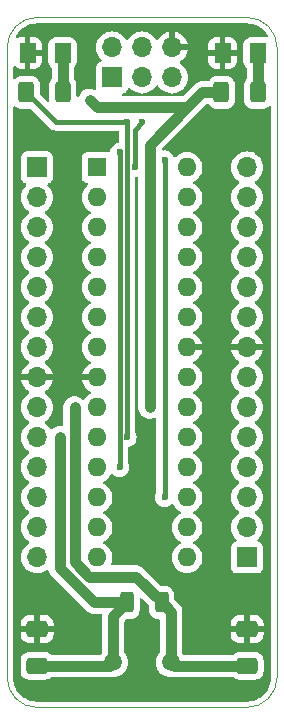
<source format=gbr>
%TF.GenerationSoftware,KiCad,Pcbnew,8.0.2*%
%TF.CreationDate,2024-05-09T17:00:38-05:00*%
%TF.ProjectId,atmega328-proto,61746d65-6761-4333-9238-2d70726f746f,A*%
%TF.SameCoordinates,Original*%
%TF.FileFunction,Copper,L1,Top*%
%TF.FilePolarity,Positive*%
%FSLAX46Y46*%
G04 Gerber Fmt 4.6, Leading zero omitted, Abs format (unit mm)*
G04 Created by KiCad (PCBNEW 8.0.2) date 2024-05-09 17:00:38*
%MOMM*%
%LPD*%
G01*
G04 APERTURE LIST*
G04 Aperture macros list*
%AMRoundRect*
0 Rectangle with rounded corners*
0 $1 Rounding radius*
0 $2 $3 $4 $5 $6 $7 $8 $9 X,Y pos of 4 corners*
0 Add a 4 corners polygon primitive as box body*
4,1,4,$2,$3,$4,$5,$6,$7,$8,$9,$2,$3,0*
0 Add four circle primitives for the rounded corners*
1,1,$1+$1,$2,$3*
1,1,$1+$1,$4,$5*
1,1,$1+$1,$6,$7*
1,1,$1+$1,$8,$9*
0 Add four rect primitives between the rounded corners*
20,1,$1+$1,$2,$3,$4,$5,0*
20,1,$1+$1,$4,$5,$6,$7,0*
20,1,$1+$1,$6,$7,$8,$9,0*
20,1,$1+$1,$8,$9,$2,$3,0*%
G04 Aperture macros list end*
%TA.AperFunction,SMDPad,CuDef*%
%ADD10RoundRect,0.250001X-0.462499X-0.624999X0.462499X-0.624999X0.462499X0.624999X-0.462499X0.624999X0*%
%TD*%
%TA.AperFunction,ComponentPad*%
%ADD11R,1.600000X1.600000*%
%TD*%
%TA.AperFunction,ComponentPad*%
%ADD12O,1.600000X1.600000*%
%TD*%
%TA.AperFunction,SMDPad,CuDef*%
%ADD13RoundRect,0.250000X0.312500X0.625000X-0.312500X0.625000X-0.312500X-0.625000X0.312500X-0.625000X0*%
%TD*%
%TA.AperFunction,SMDPad,CuDef*%
%ADD14RoundRect,0.250000X-0.650000X0.412500X-0.650000X-0.412500X0.650000X-0.412500X0.650000X0.412500X0*%
%TD*%
%TA.AperFunction,SMDPad,CuDef*%
%ADD15RoundRect,0.250000X0.650000X-0.412500X0.650000X0.412500X-0.650000X0.412500X-0.650000X-0.412500X0*%
%TD*%
%TA.AperFunction,ComponentPad*%
%ADD16R,1.700000X1.700000*%
%TD*%
%TA.AperFunction,ComponentPad*%
%ADD17O,1.700000X1.700000*%
%TD*%
%TA.AperFunction,SMDPad,CuDef*%
%ADD18RoundRect,0.250000X-0.400000X-0.625000X0.400000X-0.625000X0.400000X0.625000X-0.400000X0.625000X0*%
%TD*%
%TA.AperFunction,ComponentPad*%
%ADD19C,1.500000*%
%TD*%
%TA.AperFunction,ViaPad*%
%ADD20C,0.600000*%
%TD*%
%TA.AperFunction,Conductor*%
%ADD21C,0.889000*%
%TD*%
%TA.AperFunction,Conductor*%
%ADD22C,0.381000*%
%TD*%
%TA.AperFunction,Profile*%
%ADD23C,0.050000*%
%TD*%
G04 APERTURE END LIST*
D10*
%TO.P,D2,1,K*%
%TO.N,GND*%
X114762500Y-53810000D03*
%TO.P,D2,2,A*%
%TO.N,Net-(D2-A)*%
X117737500Y-53810000D03*
%TD*%
D11*
%TO.P,U1,1,~{RESET}/PC6*%
%TO.N,RESET*%
X104140000Y-63500000D03*
D12*
%TO.P,U1,2,PD0*%
%TO.N,2*%
X104140000Y-66040000D03*
%TO.P,U1,3,PD1*%
%TO.N,3*%
X104140000Y-68580000D03*
%TO.P,U1,4,PD2*%
%TO.N,4*%
X104140000Y-71120000D03*
%TO.P,U1,5,PD3*%
%TO.N,5*%
X104140000Y-73660000D03*
%TO.P,U1,6,PD4*%
%TO.N,6*%
X104140000Y-76200000D03*
%TO.P,U1,7,VCC*%
%TO.N,VCC*%
X104140000Y-78740000D03*
%TO.P,U1,8,GND*%
%TO.N,GND*%
X104140000Y-81280000D03*
%TO.P,U1,9,XTAL1/PB6*%
%TO.N,9*%
X104140000Y-83820000D03*
%TO.P,U1,10,XTAL2/PB7*%
%TO.N,10*%
X104140000Y-86360000D03*
%TO.P,U1,11,PD5*%
%TO.N,11*%
X104140000Y-88900000D03*
%TO.P,U1,12,PD6*%
%TO.N,12*%
X104140000Y-91440000D03*
%TO.P,U1,13,PD7*%
%TO.N,13*%
X104140000Y-93980000D03*
%TO.P,U1,14,PB0*%
%TO.N,14*%
X104140000Y-96520000D03*
%TO.P,U1,15,PB1*%
%TO.N,15*%
X111760000Y-96520000D03*
%TO.P,U1,16,PB2*%
%TO.N,16*%
X111760000Y-93980000D03*
%TO.P,U1,17,PB3*%
%TO.N,MOSI*%
X111760000Y-91440000D03*
%TO.P,U1,18,PB4*%
%TO.N,MISO*%
X111760000Y-88900000D03*
%TO.P,U1,19,PB5*%
%TO.N,SCK*%
X111760000Y-86360000D03*
%TO.P,U1,20,AVCC*%
%TO.N,VCC*%
X111760000Y-83820000D03*
%TO.P,U1,21,AREF*%
%TO.N,21*%
X111760000Y-81280000D03*
%TO.P,U1,22,GND*%
%TO.N,GND*%
X111760000Y-78740000D03*
%TO.P,U1,23,PC0*%
%TO.N,23*%
X111760000Y-76200000D03*
%TO.P,U1,24,PC1*%
%TO.N,24*%
X111760000Y-73660000D03*
%TO.P,U1,25,PC2*%
%TO.N,25*%
X111760000Y-71120000D03*
%TO.P,U1,26,PC3*%
%TO.N,26*%
X111760000Y-68580000D03*
%TO.P,U1,27,PC4*%
%TO.N,27*%
X111760000Y-66040000D03*
%TO.P,U1,28,PC5*%
%TO.N,28*%
X111760000Y-63500000D03*
%TD*%
D13*
%TO.P,R1,1*%
%TO.N,9*%
X109605000Y-100330000D03*
%TO.P,R1,2*%
%TO.N,10*%
X106680000Y-100330000D03*
%TD*%
D14*
%TO.P,C1,1*%
%TO.N,GND*%
X99060000Y-102577500D03*
%TO.P,C1,2*%
%TO.N,10*%
X99060000Y-105702500D03*
%TD*%
D15*
%TO.P,C2,1*%
%TO.N,9*%
X116840000Y-105702500D03*
%TO.P,C2,2*%
%TO.N,GND*%
X116840000Y-102577500D03*
%TD*%
D10*
%TO.P,D1,1,K*%
%TO.N,GND*%
X98252500Y-53810000D03*
%TO.P,D1,2,A*%
%TO.N,Net-(D1-A)*%
X101227500Y-53810000D03*
%TD*%
D16*
%TO.P,J1,1,Pin_1*%
%TO.N,RESET*%
X99060000Y-63500000D03*
D17*
%TO.P,J1,2,Pin_2*%
%TO.N,2*%
X99060000Y-66040000D03*
%TO.P,J1,3,Pin_3*%
%TO.N,3*%
X99060000Y-68580000D03*
%TO.P,J1,4,Pin_4*%
%TO.N,4*%
X99060000Y-71120000D03*
%TO.P,J1,5,Pin_5*%
%TO.N,5*%
X99060000Y-73660000D03*
%TO.P,J1,6,Pin_6*%
%TO.N,6*%
X99060000Y-76200000D03*
%TO.P,J1,7,Pin_7*%
%TO.N,VCC*%
X99060000Y-78740000D03*
%TO.P,J1,8,Pin_8*%
%TO.N,GND*%
X99060000Y-81280000D03*
%TO.P,J1,9,Pin_9*%
%TO.N,9*%
X99060000Y-83820000D03*
%TO.P,J1,10,Pin_10*%
%TO.N,10*%
X99060000Y-86360000D03*
%TO.P,J1,11,Pin_11*%
%TO.N,11*%
X99060000Y-88900000D03*
%TO.P,J1,12,Pin_12*%
%TO.N,12*%
X99060000Y-91440000D03*
%TO.P,J1,13,Pin_13*%
%TO.N,13*%
X99060000Y-93980000D03*
%TO.P,J1,14,Pin_14*%
%TO.N,14*%
X99060000Y-96520000D03*
%TD*%
D18*
%TO.P,R3,1*%
%TO.N,VCC*%
X114655000Y-57150000D03*
%TO.P,R3,2*%
%TO.N,Net-(D2-A)*%
X117755000Y-57150000D03*
%TD*%
D16*
%TO.P,J4,1,MISO*%
%TO.N,MISO*%
X105410000Y-55880000D03*
D17*
%TO.P,J4,2,VCC*%
%TO.N,VCC*%
X105410000Y-53340000D03*
%TO.P,J4,3,SCK*%
%TO.N,SCK*%
X107950000Y-55880000D03*
%TO.P,J4,4,MOSI*%
%TO.N,MOSI*%
X107950000Y-53340000D03*
%TO.P,J4,5,~{RST}*%
%TO.N,RESET*%
X110490000Y-55880000D03*
%TO.P,J4,6,GND*%
%TO.N,GND*%
X110490000Y-53340000D03*
%TD*%
D16*
%TO.P,J2,1,Pin_1*%
%TO.N,15*%
X116840000Y-96520000D03*
D17*
%TO.P,J2,2,Pin_2*%
%TO.N,16*%
X116840000Y-93980000D03*
%TO.P,J2,3,Pin_3*%
%TO.N,MOSI*%
X116840000Y-91440000D03*
%TO.P,J2,4,Pin_4*%
%TO.N,MISO*%
X116840000Y-88900000D03*
%TO.P,J2,5,Pin_5*%
%TO.N,SCK*%
X116840000Y-86360000D03*
%TO.P,J2,6,Pin_6*%
%TO.N,VCC*%
X116840000Y-83820000D03*
%TO.P,J2,7,Pin_7*%
%TO.N,21*%
X116840000Y-81280000D03*
%TO.P,J2,8,Pin_8*%
%TO.N,GND*%
X116840000Y-78740000D03*
%TO.P,J2,9,Pin_9*%
%TO.N,23*%
X116840000Y-76200000D03*
%TO.P,J2,10,Pin_10*%
%TO.N,24*%
X116840000Y-73660000D03*
%TO.P,J2,11,Pin_11*%
%TO.N,25*%
X116840000Y-71120000D03*
%TO.P,J2,12,Pin_12*%
%TO.N,26*%
X116840000Y-68580000D03*
%TO.P,J2,13,Pin_13*%
%TO.N,27*%
X116840000Y-66040000D03*
%TO.P,J2,14,Pin_14*%
%TO.N,28*%
X116840000Y-63500000D03*
%TD*%
D19*
%TO.P,Y1,1,1*%
%TO.N,10*%
X105500000Y-105410000D03*
%TO.P,Y1,2,2*%
%TO.N,9*%
X110380000Y-105410000D03*
%TD*%
D18*
%TO.P,R2,1*%
%TO.N,SCK*%
X98145000Y-57150000D03*
%TO.P,R2,2*%
%TO.N,Net-(D1-A)*%
X101245000Y-57150000D03*
%TD*%
D20*
%TO.N,VCC*%
X103505000Y-57785000D03*
X108585000Y-83820000D03*
X108585000Y-78740000D03*
%TO.N,MISO*%
X106045000Y-88900000D03*
X106045000Y-62230000D03*
%TO.N,RESET*%
X107950000Y-59690000D03*
X107315000Y-63500000D03*
%TO.N,MOSI*%
X109855000Y-91440000D03*
X109855000Y-62865000D03*
%TO.N,SCK*%
X106680000Y-59690000D03*
X106680000Y-86360000D03*
%TO.N,10*%
X100965000Y-86360000D03*
%TO.N,9*%
X102235000Y-83820000D03*
%TD*%
D21*
%TO.N,Net-(D1-A)*%
X101245000Y-57150000D02*
X101245000Y-53827500D01*
X101245000Y-53827500D02*
X101227500Y-53810000D01*
%TO.N,VCC*%
X108585000Y-78740000D02*
X108585000Y-83820000D01*
X108585000Y-61595000D02*
X108585000Y-62865000D01*
X111760000Y-58420000D02*
X108585000Y-61595000D01*
X104140000Y-58420000D02*
X103505000Y-57785000D01*
X113030000Y-57150000D02*
X111760000Y-58420000D01*
X108585000Y-62865000D02*
X108585000Y-78740000D01*
X114655000Y-57150000D02*
X113030000Y-57150000D01*
X111760000Y-58420000D02*
X104140000Y-58420000D01*
D22*
%TO.N,MISO*%
X106045000Y-62230000D02*
X106045000Y-88900000D01*
%TO.N,RESET*%
X107315000Y-60325000D02*
X107315000Y-63500000D01*
X107950000Y-59690000D02*
X107315000Y-60325000D01*
%TO.N,MOSI*%
X109855000Y-62865000D02*
X109855000Y-91440000D01*
%TO.N,SCK*%
X106680000Y-60325000D02*
X106680000Y-86360000D01*
X106680000Y-59690000D02*
X100685000Y-59690000D01*
X106680000Y-59690000D02*
X106680000Y-60325000D01*
X100685000Y-59690000D02*
X98145000Y-57150000D01*
D21*
%TO.N,10*%
X105500000Y-105410000D02*
X105500000Y-101510000D01*
X103855143Y-100330000D02*
X106680000Y-100330000D01*
X100965000Y-86360000D02*
X100965000Y-97439857D01*
X99060000Y-105702500D02*
X105207500Y-105702500D01*
X105207500Y-105702500D02*
X105500000Y-105410000D01*
X100965000Y-97439857D02*
X103855143Y-100330000D01*
X105500000Y-101510000D02*
X106680000Y-100330000D01*
%TO.N,9*%
X110380000Y-105410000D02*
X110380000Y-101105000D01*
X107420500Y-98145500D02*
X109605000Y-100330000D01*
X116840000Y-105702500D02*
X110672500Y-105702500D01*
X102235000Y-96913805D02*
X103466695Y-98145500D01*
X110380000Y-101105000D02*
X109605000Y-100330000D01*
X102235000Y-83820000D02*
X102235000Y-96913805D01*
X103466695Y-98145500D02*
X107420500Y-98145500D01*
X110672500Y-105702500D02*
X110380000Y-105410000D01*
%TO.N,Net-(D2-A)*%
X117737500Y-53810000D02*
X117737500Y-57132500D01*
X117737500Y-57132500D02*
X117755000Y-57150000D01*
%TD*%
%TA.AperFunction,Conductor*%
%TO.N,GND*%
G36*
X116844042Y-51300765D02*
G01*
X116866774Y-51302254D01*
X117098114Y-51317417D01*
X117114172Y-51319532D01*
X117359888Y-51368408D01*
X117375554Y-51372606D01*
X117526736Y-51423925D01*
X117612788Y-51453136D01*
X117627765Y-51459339D01*
X117845336Y-51566633D01*
X117852460Y-51570146D01*
X117866508Y-51578256D01*
X118074815Y-51717443D01*
X118087679Y-51727314D01*
X118276033Y-51892497D01*
X118287502Y-51903966D01*
X118452685Y-52092320D01*
X118462559Y-52105188D01*
X118584850Y-52288209D01*
X118605728Y-52354887D01*
X118587243Y-52422267D01*
X118535265Y-52468957D01*
X118466295Y-52480133D01*
X118442745Y-52474806D01*
X118352799Y-52445001D01*
X118352795Y-52445000D01*
X118250015Y-52434500D01*
X118250008Y-52434500D01*
X117224992Y-52434500D01*
X117224984Y-52434500D01*
X117122204Y-52445000D01*
X117122203Y-52445001D01*
X116955664Y-52500186D01*
X116955662Y-52500187D01*
X116806348Y-52592286D01*
X116806344Y-52592289D01*
X116682289Y-52716344D01*
X116682286Y-52716348D01*
X116590187Y-52865662D01*
X116590186Y-52865664D01*
X116535001Y-53032203D01*
X116535000Y-53032204D01*
X116524500Y-53134984D01*
X116524500Y-54485015D01*
X116535000Y-54587795D01*
X116535001Y-54587797D01*
X116549713Y-54632195D01*
X116590186Y-54754335D01*
X116590187Y-54754337D01*
X116682286Y-54903651D01*
X116682289Y-54903655D01*
X116756181Y-54977547D01*
X116789666Y-55038870D01*
X116792500Y-55065228D01*
X116792500Y-55975034D01*
X116772815Y-56042073D01*
X116765768Y-56051942D01*
X116762292Y-56056337D01*
X116670187Y-56205663D01*
X116670185Y-56205668D01*
X116658373Y-56241314D01*
X116615001Y-56372203D01*
X116615001Y-56372204D01*
X116615000Y-56372204D01*
X116604500Y-56474983D01*
X116604500Y-57825001D01*
X116604501Y-57825018D01*
X116615000Y-57927796D01*
X116615001Y-57927799D01*
X116670185Y-58094331D01*
X116670187Y-58094336D01*
X116692998Y-58131319D01*
X116762288Y-58243656D01*
X116886344Y-58367712D01*
X117035666Y-58459814D01*
X117202203Y-58514999D01*
X117304991Y-58525500D01*
X118205008Y-58525499D01*
X118205016Y-58525498D01*
X118205019Y-58525498D01*
X118261302Y-58519748D01*
X118307797Y-58514999D01*
X118474334Y-58459814D01*
X118623656Y-58367712D01*
X118667819Y-58323549D01*
X118729142Y-58290064D01*
X118798834Y-58295048D01*
X118854767Y-58336920D01*
X118879184Y-58402384D01*
X118879500Y-58411230D01*
X118879500Y-106675933D01*
X118879235Y-106684043D01*
X118862583Y-106938104D01*
X118860465Y-106954186D01*
X118811591Y-107199888D01*
X118807393Y-107215554D01*
X118726864Y-107452786D01*
X118720657Y-107467772D01*
X118609853Y-107692460D01*
X118601743Y-107706507D01*
X118462559Y-107914811D01*
X118452685Y-107927679D01*
X118287502Y-108116033D01*
X118276033Y-108127502D01*
X118087679Y-108292685D01*
X118074811Y-108302559D01*
X117866507Y-108441743D01*
X117852460Y-108449853D01*
X117627772Y-108560657D01*
X117612786Y-108566864D01*
X117375554Y-108647393D01*
X117359888Y-108651591D01*
X117114186Y-108700465D01*
X117098104Y-108702583D01*
X116844043Y-108719235D01*
X116835933Y-108719500D01*
X99064067Y-108719500D01*
X99055957Y-108719235D01*
X98801895Y-108702583D01*
X98785814Y-108700465D01*
X98750770Y-108693494D01*
X98540111Y-108651591D01*
X98524445Y-108647393D01*
X98287213Y-108566864D01*
X98272227Y-108560657D01*
X98047539Y-108449853D01*
X98033492Y-108441743D01*
X97825188Y-108302559D01*
X97812320Y-108292685D01*
X97623966Y-108127502D01*
X97612497Y-108116033D01*
X97447314Y-107927679D01*
X97437440Y-107914811D01*
X97298256Y-107706507D01*
X97290146Y-107692460D01*
X97179464Y-107468019D01*
X97179339Y-107467765D01*
X97173135Y-107452786D01*
X97092606Y-107215554D01*
X97088408Y-107199888D01*
X97079736Y-107156292D01*
X97039532Y-106954172D01*
X97037417Y-106938114D01*
X97020765Y-106684042D01*
X97020500Y-106675933D01*
X97020500Y-102827500D01*
X97660001Y-102827500D01*
X97660001Y-103039986D01*
X97670494Y-103142697D01*
X97725641Y-103309119D01*
X97725643Y-103309124D01*
X97817684Y-103458345D01*
X97941654Y-103582315D01*
X98090875Y-103674356D01*
X98090880Y-103674358D01*
X98257302Y-103729505D01*
X98257309Y-103729506D01*
X98360019Y-103739999D01*
X98809999Y-103739999D01*
X98810000Y-103739998D01*
X98810000Y-102827500D01*
X99310000Y-102827500D01*
X99310000Y-103739999D01*
X99759972Y-103739999D01*
X99759986Y-103739998D01*
X99862697Y-103729505D01*
X100029119Y-103674358D01*
X100029124Y-103674356D01*
X100178345Y-103582315D01*
X100302315Y-103458345D01*
X100394356Y-103309124D01*
X100394358Y-103309119D01*
X100449505Y-103142697D01*
X100449506Y-103142690D01*
X100459999Y-103039986D01*
X100460000Y-103039973D01*
X100460000Y-102827500D01*
X99310000Y-102827500D01*
X98810000Y-102827500D01*
X97660001Y-102827500D01*
X97020500Y-102827500D01*
X97020500Y-102327500D01*
X97660000Y-102327500D01*
X98810000Y-102327500D01*
X98810000Y-101415000D01*
X99310000Y-101415000D01*
X99310000Y-102327500D01*
X100459999Y-102327500D01*
X100459999Y-102115028D01*
X100459998Y-102115013D01*
X100449505Y-102012302D01*
X100394358Y-101845880D01*
X100394356Y-101845875D01*
X100302315Y-101696654D01*
X100178345Y-101572684D01*
X100029124Y-101480643D01*
X100029119Y-101480641D01*
X99862697Y-101425494D01*
X99862690Y-101425493D01*
X99759986Y-101415000D01*
X99310000Y-101415000D01*
X98810000Y-101415000D01*
X98360028Y-101415000D01*
X98360012Y-101415001D01*
X98257302Y-101425494D01*
X98090880Y-101480641D01*
X98090875Y-101480643D01*
X97941654Y-101572684D01*
X97817684Y-101696654D01*
X97725643Y-101845875D01*
X97725641Y-101845880D01*
X97670494Y-102012302D01*
X97670493Y-102012309D01*
X97660000Y-102115013D01*
X97660000Y-102327500D01*
X97020500Y-102327500D01*
X97020500Y-58411230D01*
X97040185Y-58344191D01*
X97092989Y-58298436D01*
X97162147Y-58288492D01*
X97225703Y-58317517D01*
X97232181Y-58323549D01*
X97276344Y-58367712D01*
X97425666Y-58459814D01*
X97592203Y-58514999D01*
X97694991Y-58525500D01*
X98491915Y-58525499D01*
X98558954Y-58545183D01*
X98579596Y-58561818D01*
X100244509Y-60226732D01*
X100244513Y-60226735D01*
X100357681Y-60302352D01*
X100357685Y-60302354D01*
X100357688Y-60302356D01*
X100483442Y-60354445D01*
X100502439Y-60358223D01*
X100558905Y-60369455D01*
X100616941Y-60381000D01*
X100616942Y-60381000D01*
X105865000Y-60381000D01*
X105932039Y-60400685D01*
X105977794Y-60453489D01*
X105989000Y-60505000D01*
X105989000Y-61319930D01*
X105969315Y-61386969D01*
X105916511Y-61432724D01*
X105878889Y-61443150D01*
X105865749Y-61444631D01*
X105865746Y-61444631D01*
X105865745Y-61444632D01*
X105817129Y-61461643D01*
X105695478Y-61504210D01*
X105542737Y-61600184D01*
X105415184Y-61727737D01*
X105319211Y-61880476D01*
X105259631Y-62050745D01*
X105259630Y-62050749D01*
X105252076Y-62117798D01*
X105225009Y-62182212D01*
X105167414Y-62221767D01*
X105097577Y-62223904D01*
X105085525Y-62220097D01*
X105047481Y-62205908D01*
X105047483Y-62205908D01*
X104987883Y-62199501D01*
X104987881Y-62199500D01*
X104987873Y-62199500D01*
X104987864Y-62199500D01*
X103292129Y-62199500D01*
X103292123Y-62199501D01*
X103232516Y-62205908D01*
X103097671Y-62256202D01*
X103097664Y-62256206D01*
X102982455Y-62342452D01*
X102982452Y-62342455D01*
X102896206Y-62457664D01*
X102896202Y-62457671D01*
X102845908Y-62592517D01*
X102839501Y-62652116D01*
X102839500Y-62652135D01*
X102839500Y-64347870D01*
X102839501Y-64347876D01*
X102845908Y-64407483D01*
X102896202Y-64542328D01*
X102896206Y-64542335D01*
X102982452Y-64657544D01*
X102982455Y-64657547D01*
X103097664Y-64743793D01*
X103097671Y-64743797D01*
X103142618Y-64760561D01*
X103232517Y-64794091D01*
X103267596Y-64797862D01*
X103332144Y-64824599D01*
X103371993Y-64881991D01*
X103374488Y-64951816D01*
X103338836Y-65011905D01*
X103325464Y-65022725D01*
X103300858Y-65039954D01*
X103139954Y-65200858D01*
X103009432Y-65387265D01*
X103009431Y-65387267D01*
X102913261Y-65593502D01*
X102913258Y-65593511D01*
X102854366Y-65813302D01*
X102854364Y-65813313D01*
X102834532Y-66039998D01*
X102834532Y-66040001D01*
X102854364Y-66266686D01*
X102854366Y-66266697D01*
X102913258Y-66486488D01*
X102913261Y-66486497D01*
X103009431Y-66692732D01*
X103009432Y-66692734D01*
X103139954Y-66879141D01*
X103300858Y-67040045D01*
X103300861Y-67040047D01*
X103487266Y-67170568D01*
X103545275Y-67197618D01*
X103597714Y-67243791D01*
X103616866Y-67310984D01*
X103596650Y-67377865D01*
X103545275Y-67422382D01*
X103487267Y-67449431D01*
X103487265Y-67449432D01*
X103300858Y-67579954D01*
X103139954Y-67740858D01*
X103009432Y-67927265D01*
X103009431Y-67927267D01*
X102913261Y-68133502D01*
X102913258Y-68133511D01*
X102854366Y-68353302D01*
X102854364Y-68353313D01*
X102834532Y-68579998D01*
X102834532Y-68580001D01*
X102854364Y-68806686D01*
X102854366Y-68806697D01*
X102913258Y-69026488D01*
X102913261Y-69026497D01*
X103009431Y-69232732D01*
X103009432Y-69232734D01*
X103139954Y-69419141D01*
X103300858Y-69580045D01*
X103300861Y-69580047D01*
X103487266Y-69710568D01*
X103545275Y-69737618D01*
X103597714Y-69783791D01*
X103616866Y-69850984D01*
X103596650Y-69917865D01*
X103545275Y-69962382D01*
X103487267Y-69989431D01*
X103487265Y-69989432D01*
X103300858Y-70119954D01*
X103139954Y-70280858D01*
X103009432Y-70467265D01*
X103009431Y-70467267D01*
X102913261Y-70673502D01*
X102913258Y-70673511D01*
X102854366Y-70893302D01*
X102854364Y-70893313D01*
X102834532Y-71119998D01*
X102834532Y-71120001D01*
X102854364Y-71346686D01*
X102854366Y-71346697D01*
X102913258Y-71566488D01*
X102913261Y-71566497D01*
X103009431Y-71772732D01*
X103009432Y-71772734D01*
X103139954Y-71959141D01*
X103300858Y-72120045D01*
X103300861Y-72120047D01*
X103487266Y-72250568D01*
X103545275Y-72277618D01*
X103597714Y-72323791D01*
X103616866Y-72390984D01*
X103596650Y-72457865D01*
X103545275Y-72502382D01*
X103487267Y-72529431D01*
X103487265Y-72529432D01*
X103300858Y-72659954D01*
X103139954Y-72820858D01*
X103009432Y-73007265D01*
X103009431Y-73007267D01*
X102913261Y-73213502D01*
X102913258Y-73213511D01*
X102854366Y-73433302D01*
X102854364Y-73433313D01*
X102834532Y-73659998D01*
X102834532Y-73660001D01*
X102854364Y-73886686D01*
X102854366Y-73886697D01*
X102913258Y-74106488D01*
X102913261Y-74106497D01*
X103009431Y-74312732D01*
X103009432Y-74312734D01*
X103139954Y-74499141D01*
X103300858Y-74660045D01*
X103300861Y-74660047D01*
X103487266Y-74790568D01*
X103545275Y-74817618D01*
X103597714Y-74863791D01*
X103616866Y-74930984D01*
X103596650Y-74997865D01*
X103545275Y-75042382D01*
X103487267Y-75069431D01*
X103487265Y-75069432D01*
X103300858Y-75199954D01*
X103139954Y-75360858D01*
X103009432Y-75547265D01*
X103009431Y-75547267D01*
X102913261Y-75753502D01*
X102913258Y-75753511D01*
X102854366Y-75973302D01*
X102854364Y-75973313D01*
X102834532Y-76199998D01*
X102834532Y-76200001D01*
X102854364Y-76426686D01*
X102854366Y-76426697D01*
X102913258Y-76646488D01*
X102913261Y-76646497D01*
X103009431Y-76852732D01*
X103009432Y-76852734D01*
X103139954Y-77039141D01*
X103300858Y-77200045D01*
X103300861Y-77200047D01*
X103487266Y-77330568D01*
X103545275Y-77357618D01*
X103597714Y-77403791D01*
X103616866Y-77470984D01*
X103596650Y-77537865D01*
X103545275Y-77582382D01*
X103487267Y-77609431D01*
X103487265Y-77609432D01*
X103300858Y-77739954D01*
X103139954Y-77900858D01*
X103009432Y-78087265D01*
X103009431Y-78087267D01*
X102913261Y-78293502D01*
X102913258Y-78293511D01*
X102854366Y-78513302D01*
X102854364Y-78513313D01*
X102834532Y-78739998D01*
X102834532Y-78740001D01*
X102854364Y-78966686D01*
X102854366Y-78966697D01*
X102913258Y-79186488D01*
X102913261Y-79186497D01*
X103009431Y-79392732D01*
X103009432Y-79392734D01*
X103139954Y-79579141D01*
X103300858Y-79740045D01*
X103300861Y-79740047D01*
X103487266Y-79870568D01*
X103545865Y-79897893D01*
X103598305Y-79944065D01*
X103617457Y-80011258D01*
X103597242Y-80078139D01*
X103545867Y-80122657D01*
X103487515Y-80149867D01*
X103301179Y-80280342D01*
X103140342Y-80441179D01*
X103009865Y-80627517D01*
X102913734Y-80833673D01*
X102913730Y-80833682D01*
X102861127Y-81029999D01*
X102861128Y-81030000D01*
X103824314Y-81030000D01*
X103819920Y-81034394D01*
X103767259Y-81125606D01*
X103740000Y-81227339D01*
X103740000Y-81332661D01*
X103767259Y-81434394D01*
X103819920Y-81525606D01*
X103824314Y-81530000D01*
X102861128Y-81530000D01*
X102913730Y-81726317D01*
X102913734Y-81726326D01*
X103009865Y-81932482D01*
X103140342Y-82118820D01*
X103301179Y-82279657D01*
X103487518Y-82410134D01*
X103487520Y-82410135D01*
X103545865Y-82437342D01*
X103598305Y-82483514D01*
X103617457Y-82550707D01*
X103597242Y-82617589D01*
X103545867Y-82662105D01*
X103487268Y-82689431D01*
X103487264Y-82689433D01*
X103300858Y-82819954D01*
X103139956Y-82980856D01*
X103056825Y-83099580D01*
X103002248Y-83143204D01*
X102932749Y-83150397D01*
X102870395Y-83118875D01*
X102867569Y-83116137D01*
X102837405Y-83085973D01*
X102837401Y-83085970D01*
X102682631Y-82982555D01*
X102682622Y-82982550D01*
X102510646Y-82911316D01*
X102510638Y-82911314D01*
X102328077Y-82875000D01*
X102328074Y-82875000D01*
X102141926Y-82875000D01*
X102141923Y-82875000D01*
X101959361Y-82911314D01*
X101959353Y-82911316D01*
X101787377Y-82982550D01*
X101787368Y-82982555D01*
X101632598Y-83085970D01*
X101632594Y-83085973D01*
X101500973Y-83217594D01*
X101500970Y-83217598D01*
X101397555Y-83372368D01*
X101397550Y-83372377D01*
X101326316Y-83544353D01*
X101326314Y-83544361D01*
X101290000Y-83726921D01*
X101290000Y-85310038D01*
X101270315Y-85377077D01*
X101217511Y-85422832D01*
X101148353Y-85432776D01*
X101141809Y-85431655D01*
X101058078Y-85415000D01*
X101058074Y-85415000D01*
X100871926Y-85415000D01*
X100871923Y-85415000D01*
X100689361Y-85451314D01*
X100689353Y-85451316D01*
X100517377Y-85522550D01*
X100517368Y-85522555D01*
X100362598Y-85625970D01*
X100359427Y-85628573D01*
X100295117Y-85655885D01*
X100226249Y-85644093D01*
X100179189Y-85603843D01*
X100098495Y-85488599D01*
X100098493Y-85488596D01*
X99931402Y-85321506D01*
X99931396Y-85321501D01*
X99745842Y-85191575D01*
X99702217Y-85136998D01*
X99695023Y-85067500D01*
X99726546Y-85005145D01*
X99745842Y-84988425D01*
X99799909Y-84950567D01*
X99931401Y-84858495D01*
X100098495Y-84691401D01*
X100234035Y-84497830D01*
X100333903Y-84283663D01*
X100395063Y-84055408D01*
X100415659Y-83820000D01*
X100395063Y-83584592D01*
X100338200Y-83372375D01*
X100333905Y-83356344D01*
X100333904Y-83356343D01*
X100333903Y-83356337D01*
X100234035Y-83142171D01*
X100147223Y-83018189D01*
X100098494Y-82948597D01*
X99931402Y-82781506D01*
X99931401Y-82781505D01*
X99745405Y-82651269D01*
X99701781Y-82596692D01*
X99694588Y-82527193D01*
X99726110Y-82464839D01*
X99745405Y-82448119D01*
X99931082Y-82318105D01*
X100098105Y-82151082D01*
X100233600Y-81957578D01*
X100333429Y-81743492D01*
X100333432Y-81743486D01*
X100390636Y-81530000D01*
X99493012Y-81530000D01*
X99525925Y-81472993D01*
X99560000Y-81345826D01*
X99560000Y-81214174D01*
X99525925Y-81087007D01*
X99493012Y-81030000D01*
X100390636Y-81030000D01*
X100390635Y-81029999D01*
X100333432Y-80816513D01*
X100333429Y-80816507D01*
X100233600Y-80602422D01*
X100233599Y-80602420D01*
X100098113Y-80408926D01*
X100098108Y-80408920D01*
X99931078Y-80241890D01*
X99745405Y-80111879D01*
X99701780Y-80057302D01*
X99694588Y-79987804D01*
X99726110Y-79925449D01*
X99745406Y-79908730D01*
X99760883Y-79897893D01*
X99931401Y-79778495D01*
X100098495Y-79611401D01*
X100234035Y-79417830D01*
X100333903Y-79203663D01*
X100395063Y-78975408D01*
X100415659Y-78740000D01*
X100395063Y-78504592D01*
X100333903Y-78276337D01*
X100234035Y-78062171D01*
X100147223Y-77938189D01*
X100098494Y-77868597D01*
X99931402Y-77701506D01*
X99931396Y-77701501D01*
X99745842Y-77571575D01*
X99702217Y-77516998D01*
X99695023Y-77447500D01*
X99726546Y-77385145D01*
X99745842Y-77368425D01*
X99799910Y-77330566D01*
X99931401Y-77238495D01*
X100098495Y-77071401D01*
X100234035Y-76877830D01*
X100333903Y-76663663D01*
X100395063Y-76435408D01*
X100415659Y-76200000D01*
X100395063Y-75964592D01*
X100333903Y-75736337D01*
X100234035Y-75522171D01*
X100147223Y-75398189D01*
X100098494Y-75328597D01*
X99931402Y-75161506D01*
X99931396Y-75161501D01*
X99745842Y-75031575D01*
X99702217Y-74976998D01*
X99695023Y-74907500D01*
X99726546Y-74845145D01*
X99745842Y-74828425D01*
X99799909Y-74790567D01*
X99931401Y-74698495D01*
X100098495Y-74531401D01*
X100234035Y-74337830D01*
X100333903Y-74123663D01*
X100395063Y-73895408D01*
X100415659Y-73660000D01*
X100395063Y-73424592D01*
X100333903Y-73196337D01*
X100234035Y-72982171D01*
X100147223Y-72858189D01*
X100098494Y-72788597D01*
X99931402Y-72621506D01*
X99931396Y-72621501D01*
X99745842Y-72491575D01*
X99702217Y-72436998D01*
X99695023Y-72367500D01*
X99726546Y-72305145D01*
X99745842Y-72288425D01*
X99799909Y-72250567D01*
X99931401Y-72158495D01*
X100098495Y-71991401D01*
X100234035Y-71797830D01*
X100333903Y-71583663D01*
X100395063Y-71355408D01*
X100415659Y-71120000D01*
X100395063Y-70884592D01*
X100333903Y-70656337D01*
X100234035Y-70442171D01*
X100147223Y-70318189D01*
X100098494Y-70248597D01*
X99931402Y-70081506D01*
X99931396Y-70081501D01*
X99745842Y-69951575D01*
X99702217Y-69896998D01*
X99695023Y-69827500D01*
X99726546Y-69765145D01*
X99745842Y-69748425D01*
X99799909Y-69710567D01*
X99931401Y-69618495D01*
X100098495Y-69451401D01*
X100234035Y-69257830D01*
X100333903Y-69043663D01*
X100395063Y-68815408D01*
X100415659Y-68580000D01*
X100395063Y-68344592D01*
X100333903Y-68116337D01*
X100234035Y-67902171D01*
X100147223Y-67778189D01*
X100098494Y-67708597D01*
X99931402Y-67541506D01*
X99931396Y-67541501D01*
X99745842Y-67411575D01*
X99702217Y-67356998D01*
X99695023Y-67287500D01*
X99726546Y-67225145D01*
X99745842Y-67208425D01*
X99799909Y-67170567D01*
X99931401Y-67078495D01*
X100098495Y-66911401D01*
X100234035Y-66717830D01*
X100333903Y-66503663D01*
X100395063Y-66275408D01*
X100415659Y-66040000D01*
X100395063Y-65804592D01*
X100333903Y-65576337D01*
X100234035Y-65362171D01*
X100147222Y-65238189D01*
X100098496Y-65168600D01*
X100045347Y-65115451D01*
X99976567Y-65046671D01*
X99943084Y-64985351D01*
X99948068Y-64915659D01*
X99989939Y-64859725D01*
X100020915Y-64842810D01*
X100152331Y-64793796D01*
X100267546Y-64707546D01*
X100353796Y-64592331D01*
X100404091Y-64457483D01*
X100410500Y-64397873D01*
X100410499Y-62602128D01*
X100404091Y-62542517D01*
X100353796Y-62407669D01*
X100353795Y-62407668D01*
X100353793Y-62407664D01*
X100267547Y-62292455D01*
X100267544Y-62292452D01*
X100152335Y-62206206D01*
X100152328Y-62206202D01*
X100017482Y-62155908D01*
X100017483Y-62155908D01*
X99957883Y-62149501D01*
X99957881Y-62149500D01*
X99957873Y-62149500D01*
X99957864Y-62149500D01*
X98162129Y-62149500D01*
X98162123Y-62149501D01*
X98102516Y-62155908D01*
X97967671Y-62206202D01*
X97967664Y-62206206D01*
X97852455Y-62292452D01*
X97852452Y-62292455D01*
X97766206Y-62407664D01*
X97766202Y-62407671D01*
X97715908Y-62542517D01*
X97712994Y-62569626D01*
X97709501Y-62602123D01*
X97709500Y-62602135D01*
X97709500Y-64397870D01*
X97709501Y-64397876D01*
X97715908Y-64457483D01*
X97766202Y-64592328D01*
X97766206Y-64592335D01*
X97852452Y-64707544D01*
X97852455Y-64707547D01*
X97967664Y-64793793D01*
X97967671Y-64793797D01*
X98099081Y-64842810D01*
X98155015Y-64884681D01*
X98179432Y-64950145D01*
X98164580Y-65018418D01*
X98143430Y-65046673D01*
X98021503Y-65168600D01*
X97885965Y-65362169D01*
X97885964Y-65362171D01*
X97786098Y-65576335D01*
X97786094Y-65576344D01*
X97724938Y-65804586D01*
X97724936Y-65804596D01*
X97704341Y-66039999D01*
X97704341Y-66040000D01*
X97724936Y-66275403D01*
X97724938Y-66275413D01*
X97786094Y-66503655D01*
X97786096Y-66503659D01*
X97786097Y-66503663D01*
X97790831Y-66513814D01*
X97885965Y-66717830D01*
X97885967Y-66717834D01*
X97973878Y-66843383D01*
X98011778Y-66897510D01*
X98021501Y-66911395D01*
X98021506Y-66911402D01*
X98188597Y-67078493D01*
X98188603Y-67078498D01*
X98374158Y-67208425D01*
X98417783Y-67263002D01*
X98424977Y-67332500D01*
X98393454Y-67394855D01*
X98374158Y-67411575D01*
X98188597Y-67541505D01*
X98021505Y-67708597D01*
X97885965Y-67902169D01*
X97885964Y-67902171D01*
X97786098Y-68116335D01*
X97786094Y-68116344D01*
X97724938Y-68344586D01*
X97724936Y-68344596D01*
X97704341Y-68579999D01*
X97704341Y-68580000D01*
X97724936Y-68815403D01*
X97724938Y-68815413D01*
X97786094Y-69043655D01*
X97786096Y-69043659D01*
X97786097Y-69043663D01*
X97790831Y-69053814D01*
X97885965Y-69257830D01*
X97885967Y-69257834D01*
X97973878Y-69383383D01*
X98011778Y-69437510D01*
X98021501Y-69451395D01*
X98021506Y-69451402D01*
X98188597Y-69618493D01*
X98188603Y-69618498D01*
X98374158Y-69748425D01*
X98417783Y-69803002D01*
X98424977Y-69872500D01*
X98393454Y-69934855D01*
X98374158Y-69951575D01*
X98188597Y-70081505D01*
X98021505Y-70248597D01*
X97885965Y-70442169D01*
X97885964Y-70442171D01*
X97786098Y-70656335D01*
X97786094Y-70656344D01*
X97724938Y-70884586D01*
X97724936Y-70884596D01*
X97704341Y-71119999D01*
X97704341Y-71120000D01*
X97724936Y-71355403D01*
X97724938Y-71355413D01*
X97786094Y-71583655D01*
X97786096Y-71583659D01*
X97786097Y-71583663D01*
X97790831Y-71593814D01*
X97885965Y-71797830D01*
X97885967Y-71797834D01*
X97973878Y-71923383D01*
X98011778Y-71977510D01*
X98021501Y-71991395D01*
X98021506Y-71991402D01*
X98188597Y-72158493D01*
X98188603Y-72158498D01*
X98374158Y-72288425D01*
X98417783Y-72343002D01*
X98424977Y-72412500D01*
X98393454Y-72474855D01*
X98374158Y-72491575D01*
X98188597Y-72621505D01*
X98021505Y-72788597D01*
X97885965Y-72982169D01*
X97885964Y-72982171D01*
X97786098Y-73196335D01*
X97786094Y-73196344D01*
X97724938Y-73424586D01*
X97724936Y-73424596D01*
X97704341Y-73659999D01*
X97704341Y-73660000D01*
X97724936Y-73895403D01*
X97724938Y-73895413D01*
X97786094Y-74123655D01*
X97786096Y-74123659D01*
X97786097Y-74123663D01*
X97790831Y-74133814D01*
X97885965Y-74337830D01*
X97885967Y-74337834D01*
X97973878Y-74463383D01*
X98011778Y-74517510D01*
X98021501Y-74531395D01*
X98021506Y-74531402D01*
X98188597Y-74698493D01*
X98188603Y-74698498D01*
X98374158Y-74828425D01*
X98417783Y-74883002D01*
X98424977Y-74952500D01*
X98393454Y-75014855D01*
X98374158Y-75031575D01*
X98188597Y-75161505D01*
X98021505Y-75328597D01*
X97885965Y-75522169D01*
X97885964Y-75522171D01*
X97786098Y-75736335D01*
X97786094Y-75736344D01*
X97724938Y-75964586D01*
X97724936Y-75964596D01*
X97704341Y-76199999D01*
X97704341Y-76200000D01*
X97724936Y-76435403D01*
X97724938Y-76435413D01*
X97786094Y-76663655D01*
X97786096Y-76663659D01*
X97786097Y-76663663D01*
X97790831Y-76673814D01*
X97885965Y-76877830D01*
X97885967Y-76877834D01*
X97973878Y-77003383D01*
X98011778Y-77057510D01*
X98021501Y-77071395D01*
X98021506Y-77071402D01*
X98188597Y-77238493D01*
X98188603Y-77238498D01*
X98374158Y-77368425D01*
X98417783Y-77423002D01*
X98424977Y-77492500D01*
X98393454Y-77554855D01*
X98374158Y-77571575D01*
X98188597Y-77701505D01*
X98021505Y-77868597D01*
X97885965Y-78062169D01*
X97885964Y-78062171D01*
X97786098Y-78276335D01*
X97786094Y-78276344D01*
X97724938Y-78504586D01*
X97724936Y-78504596D01*
X97704341Y-78739999D01*
X97704341Y-78740000D01*
X97724936Y-78975403D01*
X97724938Y-78975413D01*
X97786094Y-79203655D01*
X97786096Y-79203659D01*
X97786097Y-79203663D01*
X97874145Y-79392482D01*
X97885965Y-79417830D01*
X97885967Y-79417834D01*
X97972281Y-79541102D01*
X98021505Y-79611401D01*
X98188599Y-79778495D01*
X98359115Y-79897892D01*
X98374594Y-79908730D01*
X98418219Y-79963307D01*
X98425413Y-80032805D01*
X98393890Y-80095160D01*
X98374595Y-80111880D01*
X98188922Y-80241890D01*
X98188920Y-80241891D01*
X98021891Y-80408920D01*
X98021886Y-80408926D01*
X97886400Y-80602420D01*
X97886399Y-80602422D01*
X97786570Y-80816507D01*
X97786567Y-80816513D01*
X97729364Y-81029999D01*
X97729364Y-81030000D01*
X98626988Y-81030000D01*
X98594075Y-81087007D01*
X98560000Y-81214174D01*
X98560000Y-81345826D01*
X98594075Y-81472993D01*
X98626988Y-81530000D01*
X97729364Y-81530000D01*
X97786567Y-81743486D01*
X97786570Y-81743492D01*
X97886399Y-81957578D01*
X98021894Y-82151082D01*
X98188917Y-82318105D01*
X98374595Y-82448119D01*
X98418219Y-82502696D01*
X98425412Y-82572195D01*
X98393890Y-82634549D01*
X98374595Y-82651269D01*
X98188594Y-82781508D01*
X98021505Y-82948597D01*
X97885965Y-83142169D01*
X97885964Y-83142171D01*
X97786098Y-83356335D01*
X97786094Y-83356344D01*
X97724938Y-83584586D01*
X97724936Y-83584596D01*
X97704341Y-83819999D01*
X97704341Y-83820000D01*
X97724936Y-84055403D01*
X97724938Y-84055413D01*
X97786094Y-84283655D01*
X97786096Y-84283659D01*
X97786097Y-84283663D01*
X97790831Y-84293814D01*
X97885965Y-84497830D01*
X97885967Y-84497834D01*
X97973878Y-84623383D01*
X98011778Y-84677510D01*
X98021501Y-84691395D01*
X98021506Y-84691402D01*
X98188597Y-84858493D01*
X98188603Y-84858498D01*
X98374158Y-84988425D01*
X98417783Y-85043002D01*
X98424977Y-85112500D01*
X98393454Y-85174855D01*
X98374158Y-85191575D01*
X98188597Y-85321505D01*
X98021505Y-85488597D01*
X97885965Y-85682169D01*
X97885964Y-85682171D01*
X97786098Y-85896335D01*
X97786094Y-85896344D01*
X97724938Y-86124586D01*
X97724936Y-86124596D01*
X97704341Y-86359999D01*
X97704341Y-86360000D01*
X97724936Y-86595403D01*
X97724938Y-86595413D01*
X97786094Y-86823655D01*
X97786096Y-86823659D01*
X97786097Y-86823663D01*
X97790831Y-86833814D01*
X97885965Y-87037830D01*
X97885967Y-87037834D01*
X97973878Y-87163383D01*
X98011778Y-87217510D01*
X98021501Y-87231395D01*
X98021506Y-87231402D01*
X98188597Y-87398493D01*
X98188603Y-87398498D01*
X98374158Y-87528425D01*
X98417783Y-87583002D01*
X98424977Y-87652500D01*
X98393454Y-87714855D01*
X98374158Y-87731575D01*
X98188597Y-87861505D01*
X98021505Y-88028597D01*
X97885965Y-88222169D01*
X97885964Y-88222171D01*
X97786098Y-88436335D01*
X97786094Y-88436344D01*
X97724938Y-88664586D01*
X97724936Y-88664596D01*
X97704341Y-88899999D01*
X97704341Y-88900000D01*
X97724936Y-89135403D01*
X97724938Y-89135413D01*
X97786094Y-89363655D01*
X97786096Y-89363659D01*
X97786097Y-89363663D01*
X97855262Y-89511988D01*
X97885965Y-89577830D01*
X97885967Y-89577834D01*
X97975406Y-89705565D01*
X98011778Y-89757510D01*
X98021501Y-89771395D01*
X98021506Y-89771402D01*
X98188597Y-89938493D01*
X98188603Y-89938498D01*
X98374158Y-90068425D01*
X98417783Y-90123002D01*
X98424977Y-90192500D01*
X98393454Y-90254855D01*
X98374158Y-90271575D01*
X98188597Y-90401505D01*
X98021505Y-90568597D01*
X97885965Y-90762169D01*
X97885964Y-90762171D01*
X97786098Y-90976335D01*
X97786094Y-90976344D01*
X97724938Y-91204586D01*
X97724936Y-91204596D01*
X97704341Y-91439999D01*
X97704341Y-91440000D01*
X97724936Y-91675403D01*
X97724938Y-91675413D01*
X97786094Y-91903655D01*
X97786096Y-91903659D01*
X97786097Y-91903663D01*
X97863575Y-92069815D01*
X97885965Y-92117830D01*
X97885967Y-92117834D01*
X98021501Y-92311395D01*
X98021506Y-92311402D01*
X98188597Y-92478493D01*
X98188603Y-92478498D01*
X98374158Y-92608425D01*
X98417783Y-92663002D01*
X98424977Y-92732500D01*
X98393454Y-92794855D01*
X98374158Y-92811575D01*
X98188597Y-92941505D01*
X98021505Y-93108597D01*
X97885965Y-93302169D01*
X97885964Y-93302171D01*
X97786098Y-93516335D01*
X97786094Y-93516344D01*
X97724938Y-93744586D01*
X97724936Y-93744596D01*
X97704341Y-93979999D01*
X97704341Y-93980000D01*
X97724936Y-94215403D01*
X97724938Y-94215413D01*
X97786094Y-94443655D01*
X97786096Y-94443659D01*
X97786097Y-94443663D01*
X97874262Y-94632732D01*
X97885965Y-94657830D01*
X97885967Y-94657834D01*
X97994281Y-94812521D01*
X98021501Y-94851396D01*
X98021506Y-94851402D01*
X98188597Y-95018493D01*
X98188603Y-95018498D01*
X98374158Y-95148425D01*
X98417783Y-95203002D01*
X98424977Y-95272500D01*
X98393454Y-95334855D01*
X98374158Y-95351575D01*
X98188597Y-95481505D01*
X98021505Y-95648597D01*
X97885965Y-95842169D01*
X97885964Y-95842171D01*
X97786098Y-96056335D01*
X97786094Y-96056344D01*
X97724938Y-96284586D01*
X97724936Y-96284596D01*
X97704341Y-96519999D01*
X97704341Y-96520000D01*
X97724936Y-96755403D01*
X97724938Y-96755413D01*
X97786094Y-96983655D01*
X97786096Y-96983659D01*
X97786097Y-96983663D01*
X97804951Y-97024095D01*
X97885965Y-97197830D01*
X97885967Y-97197834D01*
X97913263Y-97236816D01*
X98021505Y-97391401D01*
X98188599Y-97558495D01*
X98285384Y-97626265D01*
X98382165Y-97694032D01*
X98382167Y-97694033D01*
X98382170Y-97694035D01*
X98596337Y-97793903D01*
X98824592Y-97855063D01*
X99001034Y-97870500D01*
X99059999Y-97875659D01*
X99060000Y-97875659D01*
X99060001Y-97875659D01*
X99118966Y-97870500D01*
X99295408Y-97855063D01*
X99523663Y-97793903D01*
X99737830Y-97694035D01*
X99857967Y-97609913D01*
X99924170Y-97587588D01*
X99991937Y-97604598D01*
X100039751Y-97655546D01*
X100050705Y-97687298D01*
X100056314Y-97715497D01*
X100056316Y-97715503D01*
X100127552Y-97887484D01*
X100230967Y-98042255D01*
X100230973Y-98042263D01*
X103252736Y-101064026D01*
X103252744Y-101064032D01*
X103318244Y-101107798D01*
X103407507Y-101167441D01*
X103407510Y-101167442D01*
X103407518Y-101167448D01*
X103407524Y-101167450D01*
X103407525Y-101167451D01*
X103508260Y-101209176D01*
X103508262Y-101209177D01*
X103579488Y-101238681D01*
X103579490Y-101238681D01*
X103579496Y-101238684D01*
X103615812Y-101245907D01*
X103732817Y-101269181D01*
X103762068Y-101275000D01*
X103762069Y-101275000D01*
X104432165Y-101275000D01*
X104499204Y-101294685D01*
X104544959Y-101347489D01*
X104555568Y-101411148D01*
X104555000Y-101416917D01*
X104555000Y-104540321D01*
X104535315Y-104607360D01*
X104532575Y-104611445D01*
X104467330Y-104704624D01*
X104412753Y-104748249D01*
X104365755Y-104757500D01*
X100290230Y-104757500D01*
X100223191Y-104737815D01*
X100202549Y-104721181D01*
X100178657Y-104697289D01*
X100178656Y-104697288D01*
X100029334Y-104605186D01*
X99862797Y-104550001D01*
X99862795Y-104550000D01*
X99760010Y-104539500D01*
X98359998Y-104539500D01*
X98359981Y-104539501D01*
X98257203Y-104550000D01*
X98257200Y-104550001D01*
X98090668Y-104605185D01*
X98090663Y-104605187D01*
X97941342Y-104697289D01*
X97817289Y-104821342D01*
X97725187Y-104970663D01*
X97725185Y-104970668D01*
X97697349Y-105054670D01*
X97670001Y-105137203D01*
X97670001Y-105137204D01*
X97670000Y-105137204D01*
X97659500Y-105239983D01*
X97659500Y-106165001D01*
X97659501Y-106165019D01*
X97670000Y-106267796D01*
X97670001Y-106267799D01*
X97704397Y-106371598D01*
X97725186Y-106434334D01*
X97817288Y-106583656D01*
X97941344Y-106707712D01*
X98090666Y-106799814D01*
X98257203Y-106854999D01*
X98359991Y-106865500D01*
X99760008Y-106865499D01*
X99862797Y-106854999D01*
X100029334Y-106799814D01*
X100178656Y-106707712D01*
X100202549Y-106683819D01*
X100263872Y-106650334D01*
X100290230Y-106647500D01*
X105291390Y-106647500D01*
X105302197Y-106647972D01*
X105499998Y-106665277D01*
X105500000Y-106665277D01*
X105500002Y-106665277D01*
X105528254Y-106662805D01*
X105717977Y-106646207D01*
X105929330Y-106589575D01*
X106127639Y-106497102D01*
X106306877Y-106371598D01*
X106461598Y-106216877D01*
X106587102Y-106037639D01*
X106679575Y-105839330D01*
X106736207Y-105627977D01*
X106755277Y-105410000D01*
X106736207Y-105192023D01*
X106679575Y-104980670D01*
X106587102Y-104782362D01*
X106587100Y-104782359D01*
X106587099Y-104782357D01*
X106467425Y-104611444D01*
X106445098Y-104545238D01*
X106445000Y-104540321D01*
X106445000Y-101952793D01*
X106464685Y-101885754D01*
X106481315Y-101865116D01*
X106604613Y-101741817D01*
X106665936Y-101708333D01*
X106692294Y-101705499D01*
X107042502Y-101705499D01*
X107042508Y-101705499D01*
X107145297Y-101694999D01*
X107311834Y-101639814D01*
X107461156Y-101547712D01*
X107585212Y-101423656D01*
X107677314Y-101274334D01*
X107732499Y-101107797D01*
X107743000Y-101005009D01*
X107742999Y-100103791D01*
X107762683Y-100036753D01*
X107815487Y-99990998D01*
X107884646Y-99981054D01*
X107948202Y-100010079D01*
X107954680Y-100016111D01*
X108505681Y-100567112D01*
X108539166Y-100628435D01*
X108542000Y-100654793D01*
X108542000Y-101005001D01*
X108542001Y-101005019D01*
X108552500Y-101107796D01*
X108552501Y-101107798D01*
X108607685Y-101274331D01*
X108607687Y-101274336D01*
X108642569Y-101330888D01*
X108699788Y-101423656D01*
X108823844Y-101547712D01*
X108973166Y-101639814D01*
X109139703Y-101694999D01*
X109242491Y-101705500D01*
X109311000Y-101705499D01*
X109378038Y-101725183D01*
X109423794Y-101777986D01*
X109435000Y-101829499D01*
X109435000Y-104540321D01*
X109415315Y-104607360D01*
X109412575Y-104611444D01*
X109292900Y-104782357D01*
X109292898Y-104782361D01*
X109200426Y-104980668D01*
X109200422Y-104980677D01*
X109143793Y-105192020D01*
X109143793Y-105192024D01*
X109124723Y-105409997D01*
X109124723Y-105410002D01*
X109143793Y-105627975D01*
X109143793Y-105627979D01*
X109200422Y-105839322D01*
X109200424Y-105839326D01*
X109200425Y-105839330D01*
X109246661Y-105938484D01*
X109292897Y-106037638D01*
X109292898Y-106037639D01*
X109418402Y-106216877D01*
X109573123Y-106371598D01*
X109752361Y-106497102D01*
X109950670Y-106589575D01*
X110162023Y-106646207D01*
X110344926Y-106662208D01*
X110379998Y-106665277D01*
X110380000Y-106665277D01*
X110380002Y-106665277D01*
X110577803Y-106647972D01*
X110588610Y-106647500D01*
X115609770Y-106647500D01*
X115676809Y-106667185D01*
X115697451Y-106683819D01*
X115721344Y-106707712D01*
X115870666Y-106799814D01*
X116037203Y-106854999D01*
X116139991Y-106865500D01*
X117540008Y-106865499D01*
X117642797Y-106854999D01*
X117809334Y-106799814D01*
X117958656Y-106707712D01*
X118082712Y-106583656D01*
X118174814Y-106434334D01*
X118229999Y-106267797D01*
X118240500Y-106165009D01*
X118240499Y-105239992D01*
X118229999Y-105137203D01*
X118174814Y-104970666D01*
X118082712Y-104821344D01*
X117958656Y-104697288D01*
X117809334Y-104605186D01*
X117642797Y-104550001D01*
X117642795Y-104550000D01*
X117540010Y-104539500D01*
X116139998Y-104539500D01*
X116139981Y-104539501D01*
X116037203Y-104550000D01*
X116037200Y-104550001D01*
X115870668Y-104605185D01*
X115870663Y-104605187D01*
X115721342Y-104697289D01*
X115697451Y-104721181D01*
X115636128Y-104754666D01*
X115609770Y-104757500D01*
X111514245Y-104757500D01*
X111447206Y-104737815D01*
X111412670Y-104704624D01*
X111347425Y-104611445D01*
X111325098Y-104545239D01*
X111325000Y-104540321D01*
X111325000Y-102827500D01*
X115440001Y-102827500D01*
X115440001Y-103039986D01*
X115450494Y-103142697D01*
X115505641Y-103309119D01*
X115505643Y-103309124D01*
X115597684Y-103458345D01*
X115721654Y-103582315D01*
X115870875Y-103674356D01*
X115870880Y-103674358D01*
X116037302Y-103729505D01*
X116037309Y-103729506D01*
X116140019Y-103739999D01*
X116589999Y-103739999D01*
X116590000Y-103739998D01*
X116590000Y-102827500D01*
X117090000Y-102827500D01*
X117090000Y-103739999D01*
X117539972Y-103739999D01*
X117539986Y-103739998D01*
X117642697Y-103729505D01*
X117809119Y-103674358D01*
X117809124Y-103674356D01*
X117958345Y-103582315D01*
X118082315Y-103458345D01*
X118174356Y-103309124D01*
X118174358Y-103309119D01*
X118229505Y-103142697D01*
X118229506Y-103142690D01*
X118239999Y-103039986D01*
X118240000Y-103039973D01*
X118240000Y-102827500D01*
X117090000Y-102827500D01*
X116590000Y-102827500D01*
X115440001Y-102827500D01*
X111325000Y-102827500D01*
X111325000Y-102327500D01*
X115440000Y-102327500D01*
X116590000Y-102327500D01*
X116590000Y-101415000D01*
X117090000Y-101415000D01*
X117090000Y-102327500D01*
X118239999Y-102327500D01*
X118239999Y-102115028D01*
X118239998Y-102115013D01*
X118229505Y-102012302D01*
X118174358Y-101845880D01*
X118174356Y-101845875D01*
X118082315Y-101696654D01*
X117958345Y-101572684D01*
X117809124Y-101480643D01*
X117809119Y-101480641D01*
X117642697Y-101425494D01*
X117642690Y-101425493D01*
X117539986Y-101415000D01*
X117090000Y-101415000D01*
X116590000Y-101415000D01*
X116140028Y-101415000D01*
X116140012Y-101415001D01*
X116037302Y-101425494D01*
X115870880Y-101480641D01*
X115870875Y-101480643D01*
X115721654Y-101572684D01*
X115597684Y-101696654D01*
X115505643Y-101845875D01*
X115505641Y-101845880D01*
X115450494Y-102012302D01*
X115450493Y-102012309D01*
X115440000Y-102115013D01*
X115440000Y-102327500D01*
X111325000Y-102327500D01*
X111325000Y-101011923D01*
X111324999Y-101011921D01*
X111323626Y-101005019D01*
X111288684Y-100829354D01*
X111217448Y-100657375D01*
X111114030Y-100502598D01*
X111114028Y-100502595D01*
X110704318Y-100092885D01*
X110670833Y-100031562D01*
X110667999Y-100005204D01*
X110667999Y-99654998D01*
X110667998Y-99654981D01*
X110657499Y-99552203D01*
X110657498Y-99552200D01*
X110602314Y-99385666D01*
X110510212Y-99236344D01*
X110386156Y-99112288D01*
X110236834Y-99020186D01*
X110070297Y-98965001D01*
X110070295Y-98965000D01*
X109967516Y-98954500D01*
X109967509Y-98954500D01*
X109617293Y-98954500D01*
X109550254Y-98934815D01*
X109529612Y-98918181D01*
X108022906Y-97411473D01*
X108022898Y-97411467D01*
X107868126Y-97308052D01*
X107868127Y-97308052D01*
X107696146Y-97236816D01*
X107696138Y-97236814D01*
X107513577Y-97200500D01*
X107513574Y-97200500D01*
X105452262Y-97200500D01*
X105385223Y-97180815D01*
X105339468Y-97128011D01*
X105329524Y-97058853D01*
X105339880Y-97024095D01*
X105340460Y-97022850D01*
X105366739Y-96966496D01*
X105425635Y-96746692D01*
X105445468Y-96520000D01*
X105425635Y-96293308D01*
X105366739Y-96073504D01*
X105270568Y-95867266D01*
X105140047Y-95680861D01*
X105140045Y-95680858D01*
X104979141Y-95519954D01*
X104792734Y-95389432D01*
X104792728Y-95389429D01*
X104734725Y-95362382D01*
X104682285Y-95316210D01*
X104663133Y-95249017D01*
X104683348Y-95182135D01*
X104734725Y-95137618D01*
X104792734Y-95110568D01*
X104979139Y-94980047D01*
X105140047Y-94819139D01*
X105270568Y-94632734D01*
X105366739Y-94426496D01*
X105425635Y-94206692D01*
X105445468Y-93980000D01*
X105425635Y-93753308D01*
X105366739Y-93533504D01*
X105270568Y-93327266D01*
X105140047Y-93140861D01*
X105140045Y-93140858D01*
X104979141Y-92979954D01*
X104792734Y-92849432D01*
X104792728Y-92849429D01*
X104734725Y-92822382D01*
X104682285Y-92776210D01*
X104663133Y-92709017D01*
X104683348Y-92642135D01*
X104734725Y-92597618D01*
X104792734Y-92570568D01*
X104979139Y-92440047D01*
X105140047Y-92279139D01*
X105270568Y-92092734D01*
X105366739Y-91886496D01*
X105425635Y-91666692D01*
X105445468Y-91440000D01*
X105425635Y-91213308D01*
X105366739Y-90993504D01*
X105270568Y-90787266D01*
X105140047Y-90600861D01*
X105140045Y-90600858D01*
X104979141Y-90439954D01*
X104792734Y-90309432D01*
X104792728Y-90309429D01*
X104734725Y-90282382D01*
X104682285Y-90236210D01*
X104663133Y-90169017D01*
X104683348Y-90102135D01*
X104734725Y-90057618D01*
X104792734Y-90030568D01*
X104979139Y-89900047D01*
X105140047Y-89739139D01*
X105270568Y-89552734D01*
X105289569Y-89511984D01*
X105335738Y-89459548D01*
X105402931Y-89440394D01*
X105469813Y-89460608D01*
X105489631Y-89476709D01*
X105542738Y-89529816D01*
X105695478Y-89625789D01*
X105865745Y-89685368D01*
X105865750Y-89685369D01*
X106044996Y-89705565D01*
X106045000Y-89705565D01*
X106045004Y-89705565D01*
X106224249Y-89685369D01*
X106224252Y-89685368D01*
X106224255Y-89685368D01*
X106394522Y-89625789D01*
X106547262Y-89529816D01*
X106674816Y-89402262D01*
X106770789Y-89249522D01*
X106830368Y-89079255D01*
X106850565Y-88900000D01*
X106830368Y-88720745D01*
X106830367Y-88720743D01*
X106830366Y-88720737D01*
X106770790Y-88550480D01*
X106755005Y-88525357D01*
X106736000Y-88459387D01*
X106736000Y-87270068D01*
X106755685Y-87203029D01*
X106808489Y-87157274D01*
X106846117Y-87146848D01*
X106859255Y-87145368D01*
X107029522Y-87085789D01*
X107182262Y-86989816D01*
X107309816Y-86862262D01*
X107405789Y-86709522D01*
X107465368Y-86539255D01*
X107485565Y-86360000D01*
X107465368Y-86180745D01*
X107465367Y-86180743D01*
X107465366Y-86180737D01*
X107405790Y-86010480D01*
X107390005Y-85985357D01*
X107371000Y-85919387D01*
X107371000Y-64410068D01*
X107390685Y-64343029D01*
X107443489Y-64297274D01*
X107481117Y-64286848D01*
X107494255Y-64285368D01*
X107494255Y-64285367D01*
X107501180Y-64284588D01*
X107501511Y-64287526D01*
X107558029Y-64290933D01*
X107614428Y-64332175D01*
X107639577Y-64397362D01*
X107640000Y-64407593D01*
X107640000Y-83913078D01*
X107676314Y-84095638D01*
X107676316Y-84095646D01*
X107747550Y-84267622D01*
X107747555Y-84267631D01*
X107850970Y-84422401D01*
X107850973Y-84422405D01*
X107982594Y-84554026D01*
X107982598Y-84554029D01*
X108137368Y-84657444D01*
X108137374Y-84657447D01*
X108137375Y-84657448D01*
X108309354Y-84728684D01*
X108491921Y-84764999D01*
X108491924Y-84765000D01*
X108491926Y-84765000D01*
X108678076Y-84765000D01*
X108678077Y-84764999D01*
X108860646Y-84728684D01*
X108992549Y-84674047D01*
X109062016Y-84666579D01*
X109124495Y-84697854D01*
X109160148Y-84757943D01*
X109164000Y-84788609D01*
X109164000Y-90999387D01*
X109144995Y-91065357D01*
X109129209Y-91090480D01*
X109069633Y-91260737D01*
X109069630Y-91260750D01*
X109049435Y-91439996D01*
X109049435Y-91440003D01*
X109069630Y-91619249D01*
X109069631Y-91619254D01*
X109129211Y-91789523D01*
X109200931Y-91903664D01*
X109225184Y-91942262D01*
X109352738Y-92069816D01*
X109505478Y-92165789D01*
X109675745Y-92225368D01*
X109675750Y-92225369D01*
X109854996Y-92245565D01*
X109855000Y-92245565D01*
X109855004Y-92245565D01*
X110034249Y-92225369D01*
X110034252Y-92225368D01*
X110034255Y-92225368D01*
X110204522Y-92165789D01*
X110357262Y-92069816D01*
X110410368Y-92016709D01*
X110471689Y-91983225D01*
X110541381Y-91988209D01*
X110597314Y-92030080D01*
X110610429Y-92051984D01*
X110629430Y-92092730D01*
X110629432Y-92092734D01*
X110759954Y-92279141D01*
X110920858Y-92440045D01*
X110920861Y-92440047D01*
X111107266Y-92570568D01*
X111165275Y-92597618D01*
X111217714Y-92643791D01*
X111236866Y-92710984D01*
X111216650Y-92777865D01*
X111165275Y-92822382D01*
X111107267Y-92849431D01*
X111107265Y-92849432D01*
X110920858Y-92979954D01*
X110759954Y-93140858D01*
X110629432Y-93327265D01*
X110629431Y-93327267D01*
X110533261Y-93533502D01*
X110533258Y-93533511D01*
X110474366Y-93753302D01*
X110474364Y-93753313D01*
X110454532Y-93979998D01*
X110454532Y-93980001D01*
X110474364Y-94206686D01*
X110474366Y-94206697D01*
X110533258Y-94426488D01*
X110533261Y-94426497D01*
X110629431Y-94632732D01*
X110629432Y-94632734D01*
X110759954Y-94819141D01*
X110920858Y-94980045D01*
X110920861Y-94980047D01*
X111107266Y-95110568D01*
X111165275Y-95137618D01*
X111217714Y-95183791D01*
X111236866Y-95250984D01*
X111216650Y-95317865D01*
X111165275Y-95362382D01*
X111107267Y-95389431D01*
X111107265Y-95389432D01*
X110920858Y-95519954D01*
X110759954Y-95680858D01*
X110629432Y-95867265D01*
X110629431Y-95867267D01*
X110533261Y-96073502D01*
X110533258Y-96073511D01*
X110474366Y-96293302D01*
X110474364Y-96293313D01*
X110454532Y-96519998D01*
X110454532Y-96520001D01*
X110474364Y-96746686D01*
X110474366Y-96746697D01*
X110533258Y-96966488D01*
X110533261Y-96966497D01*
X110629431Y-97172732D01*
X110629432Y-97172734D01*
X110759954Y-97359141D01*
X110920858Y-97520045D01*
X110920861Y-97520047D01*
X111107266Y-97650568D01*
X111313504Y-97746739D01*
X111533308Y-97805635D01*
X111695230Y-97819801D01*
X111759998Y-97825468D01*
X111760000Y-97825468D01*
X111760002Y-97825468D01*
X111816673Y-97820509D01*
X111986692Y-97805635D01*
X112206496Y-97746739D01*
X112412734Y-97650568D01*
X112599139Y-97520047D01*
X112760047Y-97359139D01*
X112890568Y-97172734D01*
X112986739Y-96966496D01*
X113045635Y-96746692D01*
X113065468Y-96520000D01*
X113045635Y-96293308D01*
X112986739Y-96073504D01*
X112890568Y-95867266D01*
X112760047Y-95680861D01*
X112760045Y-95680858D01*
X112599141Y-95519954D01*
X112412734Y-95389432D01*
X112412728Y-95389429D01*
X112354725Y-95362382D01*
X112302285Y-95316210D01*
X112283133Y-95249017D01*
X112303348Y-95182135D01*
X112354725Y-95137618D01*
X112412734Y-95110568D01*
X112599139Y-94980047D01*
X112760047Y-94819139D01*
X112890568Y-94632734D01*
X112986739Y-94426496D01*
X113045635Y-94206692D01*
X113065468Y-93980000D01*
X115484341Y-93980000D01*
X115504936Y-94215403D01*
X115504938Y-94215413D01*
X115566094Y-94443655D01*
X115566096Y-94443659D01*
X115566097Y-94443663D01*
X115654262Y-94632732D01*
X115665965Y-94657830D01*
X115665967Y-94657834D01*
X115774281Y-94812521D01*
X115801501Y-94851396D01*
X115801506Y-94851402D01*
X115923430Y-94973326D01*
X115956915Y-95034649D01*
X115951931Y-95104341D01*
X115910059Y-95160274D01*
X115879083Y-95177189D01*
X115747669Y-95226203D01*
X115747664Y-95226206D01*
X115632455Y-95312452D01*
X115632452Y-95312455D01*
X115546206Y-95427664D01*
X115546202Y-95427671D01*
X115495908Y-95562517D01*
X115489501Y-95622116D01*
X115489501Y-95622123D01*
X115489500Y-95622135D01*
X115489500Y-97417870D01*
X115489501Y-97417876D01*
X115495908Y-97477483D01*
X115546202Y-97612328D01*
X115546206Y-97612335D01*
X115632452Y-97727544D01*
X115632455Y-97727547D01*
X115747664Y-97813793D01*
X115747671Y-97813797D01*
X115882517Y-97864091D01*
X115882516Y-97864091D01*
X115889444Y-97864835D01*
X115942127Y-97870500D01*
X117737872Y-97870499D01*
X117797483Y-97864091D01*
X117932331Y-97813796D01*
X118047546Y-97727546D01*
X118133796Y-97612331D01*
X118184091Y-97477483D01*
X118190500Y-97417873D01*
X118190499Y-95622128D01*
X118184091Y-95562517D01*
X118133796Y-95427669D01*
X118133795Y-95427668D01*
X118133793Y-95427664D01*
X118047547Y-95312455D01*
X118047544Y-95312452D01*
X117932335Y-95226206D01*
X117932328Y-95226202D01*
X117800917Y-95177189D01*
X117744983Y-95135318D01*
X117720566Y-95069853D01*
X117735418Y-95001580D01*
X117756563Y-94973332D01*
X117878495Y-94851401D01*
X118014035Y-94657830D01*
X118113903Y-94443663D01*
X118175063Y-94215408D01*
X118195659Y-93980000D01*
X118175063Y-93744592D01*
X118113903Y-93516337D01*
X118014035Y-93302171D01*
X117878495Y-93108599D01*
X117878494Y-93108597D01*
X117711402Y-92941506D01*
X117711396Y-92941501D01*
X117525842Y-92811575D01*
X117482217Y-92756998D01*
X117475023Y-92687500D01*
X117506546Y-92625145D01*
X117525842Y-92608425D01*
X117579909Y-92570567D01*
X117711401Y-92478495D01*
X117878495Y-92311401D01*
X118014035Y-92117830D01*
X118113903Y-91903663D01*
X118175063Y-91675408D01*
X118195659Y-91440000D01*
X118175063Y-91204592D01*
X118113903Y-90976337D01*
X118014035Y-90762171D01*
X117902676Y-90603132D01*
X117878494Y-90568597D01*
X117711402Y-90401506D01*
X117711396Y-90401501D01*
X117525842Y-90271575D01*
X117482217Y-90216998D01*
X117475023Y-90147500D01*
X117506546Y-90085145D01*
X117525842Y-90068425D01*
X117579909Y-90030567D01*
X117711401Y-89938495D01*
X117878495Y-89771401D01*
X118014035Y-89577830D01*
X118113903Y-89363663D01*
X118175063Y-89135408D01*
X118195659Y-88900000D01*
X118175063Y-88664592D01*
X118113903Y-88436337D01*
X118014035Y-88222171D01*
X117927223Y-88098189D01*
X117878494Y-88028597D01*
X117711402Y-87861506D01*
X117711396Y-87861501D01*
X117525842Y-87731575D01*
X117482217Y-87676998D01*
X117475023Y-87607500D01*
X117506546Y-87545145D01*
X117525842Y-87528425D01*
X117579909Y-87490567D01*
X117711401Y-87398495D01*
X117878495Y-87231401D01*
X118014035Y-87037830D01*
X118113903Y-86823663D01*
X118175063Y-86595408D01*
X118195659Y-86360000D01*
X118175063Y-86124592D01*
X118113903Y-85896337D01*
X118014035Y-85682171D01*
X117995630Y-85655885D01*
X117878494Y-85488597D01*
X117711402Y-85321506D01*
X117711396Y-85321501D01*
X117525842Y-85191575D01*
X117482217Y-85136998D01*
X117475023Y-85067500D01*
X117506546Y-85005145D01*
X117525842Y-84988425D01*
X117579909Y-84950567D01*
X117711401Y-84858495D01*
X117878495Y-84691401D01*
X118014035Y-84497830D01*
X118113903Y-84283663D01*
X118175063Y-84055408D01*
X118195659Y-83820000D01*
X118175063Y-83584592D01*
X118118200Y-83372375D01*
X118113905Y-83356344D01*
X118113904Y-83356343D01*
X118113903Y-83356337D01*
X118014035Y-83142171D01*
X117927223Y-83018189D01*
X117878494Y-82948597D01*
X117711402Y-82781506D01*
X117711396Y-82781501D01*
X117525842Y-82651575D01*
X117482217Y-82596998D01*
X117475023Y-82527500D01*
X117506546Y-82465145D01*
X117525842Y-82448425D01*
X117579909Y-82410567D01*
X117711401Y-82318495D01*
X117878495Y-82151401D01*
X118014035Y-81957830D01*
X118113903Y-81743663D01*
X118175063Y-81515408D01*
X118195659Y-81280000D01*
X118175063Y-81044592D01*
X118113903Y-80816337D01*
X118014035Y-80602171D01*
X117907396Y-80449873D01*
X117878494Y-80408597D01*
X117711402Y-80241506D01*
X117711401Y-80241505D01*
X117540882Y-80122106D01*
X117525405Y-80111269D01*
X117481781Y-80056692D01*
X117474588Y-79987193D01*
X117506110Y-79924839D01*
X117525405Y-79908119D01*
X117711082Y-79778105D01*
X117878105Y-79611082D01*
X118013600Y-79417578D01*
X118113429Y-79203492D01*
X118113432Y-79203486D01*
X118170636Y-78990000D01*
X117273012Y-78990000D01*
X117305925Y-78932993D01*
X117340000Y-78805826D01*
X117340000Y-78674174D01*
X117305925Y-78547007D01*
X117273012Y-78490000D01*
X118170636Y-78490000D01*
X118170635Y-78489999D01*
X118113432Y-78276513D01*
X118113429Y-78276507D01*
X118013600Y-78062422D01*
X118013599Y-78062420D01*
X117878113Y-77868926D01*
X117878108Y-77868920D01*
X117711078Y-77701890D01*
X117525405Y-77571879D01*
X117481780Y-77517302D01*
X117474588Y-77447804D01*
X117506110Y-77385449D01*
X117525406Y-77368730D01*
X117540883Y-77357893D01*
X117711401Y-77238495D01*
X117878495Y-77071401D01*
X118014035Y-76877830D01*
X118113903Y-76663663D01*
X118175063Y-76435408D01*
X118195659Y-76200000D01*
X118175063Y-75964592D01*
X118113903Y-75736337D01*
X118014035Y-75522171D01*
X117927223Y-75398189D01*
X117878494Y-75328597D01*
X117711402Y-75161506D01*
X117711396Y-75161501D01*
X117525842Y-75031575D01*
X117482217Y-74976998D01*
X117475023Y-74907500D01*
X117506546Y-74845145D01*
X117525842Y-74828425D01*
X117579909Y-74790567D01*
X117711401Y-74698495D01*
X117878495Y-74531401D01*
X118014035Y-74337830D01*
X118113903Y-74123663D01*
X118175063Y-73895408D01*
X118195659Y-73660000D01*
X118175063Y-73424592D01*
X118113903Y-73196337D01*
X118014035Y-72982171D01*
X117927223Y-72858189D01*
X117878494Y-72788597D01*
X117711402Y-72621506D01*
X117711396Y-72621501D01*
X117525842Y-72491575D01*
X117482217Y-72436998D01*
X117475023Y-72367500D01*
X117506546Y-72305145D01*
X117525842Y-72288425D01*
X117579909Y-72250567D01*
X117711401Y-72158495D01*
X117878495Y-71991401D01*
X118014035Y-71797830D01*
X118113903Y-71583663D01*
X118175063Y-71355408D01*
X118195659Y-71120000D01*
X118175063Y-70884592D01*
X118113903Y-70656337D01*
X118014035Y-70442171D01*
X117927223Y-70318189D01*
X117878494Y-70248597D01*
X117711402Y-70081506D01*
X117711396Y-70081501D01*
X117525842Y-69951575D01*
X117482217Y-69896998D01*
X117475023Y-69827500D01*
X117506546Y-69765145D01*
X117525842Y-69748425D01*
X117579909Y-69710567D01*
X117711401Y-69618495D01*
X117878495Y-69451401D01*
X118014035Y-69257830D01*
X118113903Y-69043663D01*
X118175063Y-68815408D01*
X118195659Y-68580000D01*
X118175063Y-68344592D01*
X118113903Y-68116337D01*
X118014035Y-67902171D01*
X117927223Y-67778189D01*
X117878494Y-67708597D01*
X117711402Y-67541506D01*
X117711396Y-67541501D01*
X117525842Y-67411575D01*
X117482217Y-67356998D01*
X117475023Y-67287500D01*
X117506546Y-67225145D01*
X117525842Y-67208425D01*
X117579909Y-67170567D01*
X117711401Y-67078495D01*
X117878495Y-66911401D01*
X118014035Y-66717830D01*
X118113903Y-66503663D01*
X118175063Y-66275408D01*
X118195659Y-66040000D01*
X118175063Y-65804592D01*
X118113903Y-65576337D01*
X118014035Y-65362171D01*
X117927223Y-65238189D01*
X117878494Y-65168597D01*
X117711402Y-65001506D01*
X117711396Y-65001501D01*
X117525842Y-64871575D01*
X117482217Y-64816998D01*
X117475023Y-64747500D01*
X117506546Y-64685145D01*
X117525842Y-64668425D01*
X117579909Y-64630567D01*
X117711401Y-64538495D01*
X117878495Y-64371401D01*
X118014035Y-64177830D01*
X118113903Y-63963663D01*
X118175063Y-63735408D01*
X118195659Y-63500000D01*
X118175063Y-63264592D01*
X118113903Y-63036337D01*
X118014035Y-62822171D01*
X117894970Y-62652127D01*
X117878494Y-62628597D01*
X117711402Y-62461506D01*
X117711395Y-62461501D01*
X117705922Y-62457669D01*
X117634518Y-62407671D01*
X117517834Y-62325967D01*
X117517830Y-62325965D01*
X117473520Y-62305303D01*
X117303663Y-62226097D01*
X117303659Y-62226096D01*
X117303655Y-62226094D01*
X117075413Y-62164938D01*
X117075403Y-62164936D01*
X116840001Y-62144341D01*
X116839999Y-62144341D01*
X116604596Y-62164936D01*
X116604586Y-62164938D01*
X116376344Y-62226094D01*
X116376335Y-62226098D01*
X116162171Y-62325964D01*
X116162169Y-62325965D01*
X115968597Y-62461505D01*
X115801505Y-62628597D01*
X115665965Y-62822169D01*
X115665964Y-62822171D01*
X115566098Y-63036335D01*
X115566094Y-63036344D01*
X115504938Y-63264586D01*
X115504936Y-63264596D01*
X115484341Y-63499999D01*
X115484341Y-63500000D01*
X115504936Y-63735403D01*
X115504938Y-63735413D01*
X115566094Y-63963655D01*
X115566096Y-63963659D01*
X115566097Y-63963663D01*
X115570831Y-63973814D01*
X115665965Y-64177830D01*
X115665967Y-64177834D01*
X115759740Y-64311755D01*
X115791778Y-64357510D01*
X115801501Y-64371395D01*
X115801506Y-64371402D01*
X115968597Y-64538493D01*
X115968603Y-64538498D01*
X116154158Y-64668425D01*
X116197783Y-64723002D01*
X116204977Y-64792500D01*
X116173454Y-64854855D01*
X116154158Y-64871575D01*
X115968597Y-65001505D01*
X115801505Y-65168597D01*
X115665965Y-65362169D01*
X115665964Y-65362171D01*
X115566098Y-65576335D01*
X115566094Y-65576344D01*
X115504938Y-65804586D01*
X115504936Y-65804596D01*
X115484341Y-66039999D01*
X115484341Y-66040000D01*
X115504936Y-66275403D01*
X115504938Y-66275413D01*
X115566094Y-66503655D01*
X115566096Y-66503659D01*
X115566097Y-66503663D01*
X115570831Y-66513814D01*
X115665965Y-66717830D01*
X115665967Y-66717834D01*
X115753878Y-66843383D01*
X115791778Y-66897510D01*
X115801501Y-66911395D01*
X115801506Y-66911402D01*
X115968597Y-67078493D01*
X115968603Y-67078498D01*
X116154158Y-67208425D01*
X116197783Y-67263002D01*
X116204977Y-67332500D01*
X116173454Y-67394855D01*
X116154158Y-67411575D01*
X115968597Y-67541505D01*
X115801505Y-67708597D01*
X115665965Y-67902169D01*
X115665964Y-67902171D01*
X115566098Y-68116335D01*
X115566094Y-68116344D01*
X115504938Y-68344586D01*
X115504936Y-68344596D01*
X115484341Y-68579999D01*
X115484341Y-68580000D01*
X115504936Y-68815403D01*
X115504938Y-68815413D01*
X115566094Y-69043655D01*
X115566096Y-69043659D01*
X115566097Y-69043663D01*
X115570831Y-69053814D01*
X115665965Y-69257830D01*
X115665967Y-69257834D01*
X115753878Y-69383383D01*
X115791778Y-69437510D01*
X115801501Y-69451395D01*
X115801506Y-69451402D01*
X115968597Y-69618493D01*
X115968603Y-69618498D01*
X116154158Y-69748425D01*
X116197783Y-69803002D01*
X116204977Y-69872500D01*
X116173454Y-69934855D01*
X116154158Y-69951575D01*
X115968597Y-70081505D01*
X115801505Y-70248597D01*
X115665965Y-70442169D01*
X115665964Y-70442171D01*
X115566098Y-70656335D01*
X115566094Y-70656344D01*
X115504938Y-70884586D01*
X115504936Y-70884596D01*
X115484341Y-71119999D01*
X115484341Y-71120000D01*
X115504936Y-71355403D01*
X115504938Y-71355413D01*
X115566094Y-71583655D01*
X115566096Y-71583659D01*
X115566097Y-71583663D01*
X115570831Y-71593814D01*
X115665965Y-71797830D01*
X115665967Y-71797834D01*
X115753878Y-71923383D01*
X115791778Y-71977510D01*
X115801501Y-71991395D01*
X115801506Y-71991402D01*
X115968597Y-72158493D01*
X115968603Y-72158498D01*
X116154158Y-72288425D01*
X116197783Y-72343002D01*
X116204977Y-72412500D01*
X116173454Y-72474855D01*
X116154158Y-72491575D01*
X115968597Y-72621505D01*
X115801505Y-72788597D01*
X115665965Y-72982169D01*
X115665964Y-72982171D01*
X115566098Y-73196335D01*
X115566094Y-73196344D01*
X115504938Y-73424586D01*
X115504936Y-73424596D01*
X115484341Y-73659999D01*
X115484341Y-73660000D01*
X115504936Y-73895403D01*
X115504938Y-73895413D01*
X115566094Y-74123655D01*
X115566096Y-74123659D01*
X115566097Y-74123663D01*
X115570831Y-74133814D01*
X115665965Y-74337830D01*
X115665967Y-74337834D01*
X115753878Y-74463383D01*
X115791778Y-74517510D01*
X115801501Y-74531395D01*
X115801506Y-74531402D01*
X115968597Y-74698493D01*
X115968603Y-74698498D01*
X116154158Y-74828425D01*
X116197783Y-74883002D01*
X116204977Y-74952500D01*
X116173454Y-75014855D01*
X116154158Y-75031575D01*
X115968597Y-75161505D01*
X115801505Y-75328597D01*
X115665965Y-75522169D01*
X115665964Y-75522171D01*
X115566098Y-75736335D01*
X115566094Y-75736344D01*
X115504938Y-75964586D01*
X115504936Y-75964596D01*
X115484341Y-76199999D01*
X115484341Y-76200000D01*
X115504936Y-76435403D01*
X115504938Y-76435413D01*
X115566094Y-76663655D01*
X115566096Y-76663659D01*
X115566097Y-76663663D01*
X115570831Y-76673814D01*
X115665965Y-76877830D01*
X115665967Y-76877834D01*
X115753878Y-77003383D01*
X115801505Y-77071401D01*
X115968599Y-77238495D01*
X116139115Y-77357892D01*
X116154594Y-77368730D01*
X116198219Y-77423307D01*
X116205413Y-77492805D01*
X116173890Y-77555160D01*
X116154595Y-77571880D01*
X115968922Y-77701890D01*
X115968920Y-77701891D01*
X115801891Y-77868920D01*
X115801886Y-77868926D01*
X115666400Y-78062420D01*
X115666399Y-78062422D01*
X115566570Y-78276507D01*
X115566567Y-78276513D01*
X115509364Y-78489999D01*
X115509364Y-78490000D01*
X116406988Y-78490000D01*
X116374075Y-78547007D01*
X116340000Y-78674174D01*
X116340000Y-78805826D01*
X116374075Y-78932993D01*
X116406988Y-78990000D01*
X115509364Y-78990000D01*
X115566567Y-79203486D01*
X115566570Y-79203492D01*
X115666399Y-79417578D01*
X115801894Y-79611082D01*
X115968917Y-79778105D01*
X116154595Y-79908119D01*
X116198219Y-79962696D01*
X116205412Y-80032195D01*
X116173890Y-80094549D01*
X116154595Y-80111269D01*
X115968594Y-80241508D01*
X115801505Y-80408597D01*
X115665965Y-80602169D01*
X115665964Y-80602171D01*
X115566098Y-80816335D01*
X115566094Y-80816344D01*
X115504938Y-81044586D01*
X115504936Y-81044596D01*
X115484341Y-81279999D01*
X115484341Y-81280000D01*
X115504936Y-81515403D01*
X115504938Y-81515413D01*
X115566094Y-81743655D01*
X115566096Y-81743659D01*
X115566097Y-81743663D01*
X115654145Y-81932482D01*
X115665965Y-81957830D01*
X115665967Y-81957834D01*
X115753382Y-82082674D01*
X115791778Y-82137510D01*
X115801501Y-82151395D01*
X115801506Y-82151402D01*
X115968597Y-82318493D01*
X115968603Y-82318498D01*
X116154158Y-82448425D01*
X116197783Y-82503002D01*
X116204977Y-82572500D01*
X116173454Y-82634855D01*
X116154158Y-82651575D01*
X115968597Y-82781505D01*
X115801505Y-82948597D01*
X115665965Y-83142169D01*
X115665964Y-83142171D01*
X115566098Y-83356335D01*
X115566094Y-83356344D01*
X115504938Y-83584586D01*
X115504936Y-83584596D01*
X115484341Y-83819999D01*
X115484341Y-83820000D01*
X115504936Y-84055403D01*
X115504938Y-84055413D01*
X115566094Y-84283655D01*
X115566096Y-84283659D01*
X115566097Y-84283663D01*
X115570831Y-84293814D01*
X115665965Y-84497830D01*
X115665967Y-84497834D01*
X115753878Y-84623383D01*
X115791778Y-84677510D01*
X115801501Y-84691395D01*
X115801506Y-84691402D01*
X115968597Y-84858493D01*
X115968603Y-84858498D01*
X116154158Y-84988425D01*
X116197783Y-85043002D01*
X116204977Y-85112500D01*
X116173454Y-85174855D01*
X116154158Y-85191575D01*
X115968597Y-85321505D01*
X115801505Y-85488597D01*
X115665965Y-85682169D01*
X115665964Y-85682171D01*
X115566098Y-85896335D01*
X115566094Y-85896344D01*
X115504938Y-86124586D01*
X115504936Y-86124596D01*
X115484341Y-86359999D01*
X115484341Y-86360000D01*
X115504936Y-86595403D01*
X115504938Y-86595413D01*
X115566094Y-86823655D01*
X115566096Y-86823659D01*
X115566097Y-86823663D01*
X115570831Y-86833814D01*
X115665965Y-87037830D01*
X115665967Y-87037834D01*
X115753878Y-87163383D01*
X115791778Y-87217510D01*
X115801501Y-87231395D01*
X115801506Y-87231402D01*
X115968597Y-87398493D01*
X115968603Y-87398498D01*
X116154158Y-87528425D01*
X116197783Y-87583002D01*
X116204977Y-87652500D01*
X116173454Y-87714855D01*
X116154158Y-87731575D01*
X115968597Y-87861505D01*
X115801505Y-88028597D01*
X115665965Y-88222169D01*
X115665964Y-88222171D01*
X115566098Y-88436335D01*
X115566094Y-88436344D01*
X115504938Y-88664586D01*
X115504936Y-88664596D01*
X115484341Y-88899999D01*
X115484341Y-88900000D01*
X115504936Y-89135403D01*
X115504938Y-89135413D01*
X115566094Y-89363655D01*
X115566096Y-89363659D01*
X115566097Y-89363663D01*
X115635262Y-89511988D01*
X115665965Y-89577830D01*
X115665967Y-89577834D01*
X115755406Y-89705565D01*
X115791778Y-89757510D01*
X115801501Y-89771395D01*
X115801506Y-89771402D01*
X115968597Y-89938493D01*
X115968603Y-89938498D01*
X116154158Y-90068425D01*
X116197783Y-90123002D01*
X116204977Y-90192500D01*
X116173454Y-90254855D01*
X116154158Y-90271575D01*
X115968597Y-90401505D01*
X115801505Y-90568597D01*
X115665965Y-90762169D01*
X115665964Y-90762171D01*
X115566098Y-90976335D01*
X115566094Y-90976344D01*
X115504938Y-91204586D01*
X115504936Y-91204596D01*
X115484341Y-91439999D01*
X115484341Y-91440000D01*
X115504936Y-91675403D01*
X115504938Y-91675413D01*
X115566094Y-91903655D01*
X115566096Y-91903659D01*
X115566097Y-91903663D01*
X115643575Y-92069815D01*
X115665965Y-92117830D01*
X115665967Y-92117834D01*
X115801501Y-92311395D01*
X115801506Y-92311402D01*
X115968597Y-92478493D01*
X115968603Y-92478498D01*
X116154158Y-92608425D01*
X116197783Y-92663002D01*
X116204977Y-92732500D01*
X116173454Y-92794855D01*
X116154158Y-92811575D01*
X115968597Y-92941505D01*
X115801505Y-93108597D01*
X115665965Y-93302169D01*
X115665964Y-93302171D01*
X115566098Y-93516335D01*
X115566094Y-93516344D01*
X115504938Y-93744586D01*
X115504936Y-93744596D01*
X115484341Y-93979999D01*
X115484341Y-93980000D01*
X113065468Y-93980000D01*
X113045635Y-93753308D01*
X112986739Y-93533504D01*
X112890568Y-93327266D01*
X112760047Y-93140861D01*
X112760045Y-93140858D01*
X112599141Y-92979954D01*
X112412734Y-92849432D01*
X112412728Y-92849429D01*
X112354725Y-92822382D01*
X112302285Y-92776210D01*
X112283133Y-92709017D01*
X112303348Y-92642135D01*
X112354725Y-92597618D01*
X112412734Y-92570568D01*
X112599139Y-92440047D01*
X112760047Y-92279139D01*
X112890568Y-92092734D01*
X112986739Y-91886496D01*
X113045635Y-91666692D01*
X113065468Y-91440000D01*
X113045635Y-91213308D01*
X112986739Y-90993504D01*
X112890568Y-90787266D01*
X112760047Y-90600861D01*
X112760045Y-90600858D01*
X112599141Y-90439954D01*
X112412734Y-90309432D01*
X112412728Y-90309429D01*
X112354725Y-90282382D01*
X112302285Y-90236210D01*
X112283133Y-90169017D01*
X112303348Y-90102135D01*
X112354725Y-90057618D01*
X112412734Y-90030568D01*
X112599139Y-89900047D01*
X112760047Y-89739139D01*
X112890568Y-89552734D01*
X112986739Y-89346496D01*
X113045635Y-89126692D01*
X113065468Y-88900000D01*
X113045635Y-88673308D01*
X112986739Y-88453504D01*
X112890568Y-88247266D01*
X112760047Y-88060861D01*
X112760045Y-88060858D01*
X112599141Y-87899954D01*
X112412734Y-87769432D01*
X112412728Y-87769429D01*
X112354725Y-87742382D01*
X112302285Y-87696210D01*
X112283133Y-87629017D01*
X112303348Y-87562135D01*
X112354725Y-87517618D01*
X112412734Y-87490568D01*
X112599139Y-87360047D01*
X112760047Y-87199139D01*
X112890568Y-87012734D01*
X112986739Y-86806496D01*
X113045635Y-86586692D01*
X113065468Y-86360000D01*
X113045635Y-86133308D01*
X112986739Y-85913504D01*
X112890568Y-85707266D01*
X112760047Y-85520861D01*
X112760045Y-85520858D01*
X112599141Y-85359954D01*
X112412734Y-85229432D01*
X112412728Y-85229429D01*
X112354725Y-85202382D01*
X112302285Y-85156210D01*
X112283133Y-85089017D01*
X112303348Y-85022135D01*
X112354725Y-84977618D01*
X112412734Y-84950568D01*
X112599139Y-84820047D01*
X112760047Y-84659139D01*
X112890568Y-84472734D01*
X112986739Y-84266496D01*
X113045635Y-84046692D01*
X113065468Y-83820000D01*
X113045635Y-83593308D01*
X112986739Y-83373504D01*
X112890568Y-83167266D01*
X112760047Y-82980861D01*
X112760045Y-82980858D01*
X112599141Y-82819954D01*
X112412734Y-82689432D01*
X112412728Y-82689429D01*
X112354725Y-82662382D01*
X112302285Y-82616210D01*
X112283133Y-82549017D01*
X112303348Y-82482135D01*
X112354725Y-82437618D01*
X112355319Y-82437341D01*
X112412734Y-82410568D01*
X112599139Y-82280047D01*
X112760047Y-82119139D01*
X112890568Y-81932734D01*
X112986739Y-81726496D01*
X113045635Y-81506692D01*
X113065468Y-81280000D01*
X113045635Y-81053308D01*
X112986739Y-80833504D01*
X112890568Y-80627266D01*
X112760047Y-80440861D01*
X112760045Y-80440858D01*
X112599141Y-80279954D01*
X112412734Y-80149432D01*
X112412732Y-80149431D01*
X112355315Y-80122657D01*
X112354132Y-80122105D01*
X112301694Y-80075934D01*
X112282542Y-80008740D01*
X112302758Y-79941859D01*
X112354134Y-79897341D01*
X112412484Y-79870132D01*
X112598820Y-79739657D01*
X112759657Y-79578820D01*
X112890134Y-79392482D01*
X112986265Y-79186326D01*
X112986269Y-79186317D01*
X113038872Y-78990000D01*
X112075686Y-78990000D01*
X112080080Y-78985606D01*
X112132741Y-78894394D01*
X112160000Y-78792661D01*
X112160000Y-78687339D01*
X112132741Y-78585606D01*
X112080080Y-78494394D01*
X112075686Y-78490000D01*
X113038872Y-78490000D01*
X113038872Y-78489999D01*
X112986269Y-78293682D01*
X112986265Y-78293673D01*
X112890134Y-78087517D01*
X112759657Y-77901179D01*
X112598820Y-77740342D01*
X112412482Y-77609865D01*
X112354133Y-77582657D01*
X112301694Y-77536484D01*
X112282542Y-77469291D01*
X112302758Y-77402410D01*
X112354129Y-77357895D01*
X112412734Y-77330568D01*
X112599139Y-77200047D01*
X112760047Y-77039139D01*
X112890568Y-76852734D01*
X112986739Y-76646496D01*
X113045635Y-76426692D01*
X113065468Y-76200000D01*
X113045635Y-75973308D01*
X112986739Y-75753504D01*
X112890568Y-75547266D01*
X112760047Y-75360861D01*
X112760045Y-75360858D01*
X112599141Y-75199954D01*
X112412734Y-75069432D01*
X112412728Y-75069429D01*
X112354725Y-75042382D01*
X112302285Y-74996210D01*
X112283133Y-74929017D01*
X112303348Y-74862135D01*
X112354725Y-74817618D01*
X112412734Y-74790568D01*
X112599139Y-74660047D01*
X112760047Y-74499139D01*
X112890568Y-74312734D01*
X112986739Y-74106496D01*
X113045635Y-73886692D01*
X113065468Y-73660000D01*
X113045635Y-73433308D01*
X112986739Y-73213504D01*
X112890568Y-73007266D01*
X112760047Y-72820861D01*
X112760045Y-72820858D01*
X112599141Y-72659954D01*
X112412734Y-72529432D01*
X112412728Y-72529429D01*
X112354725Y-72502382D01*
X112302285Y-72456210D01*
X112283133Y-72389017D01*
X112303348Y-72322135D01*
X112354725Y-72277618D01*
X112412734Y-72250568D01*
X112599139Y-72120047D01*
X112760047Y-71959139D01*
X112890568Y-71772734D01*
X112986739Y-71566496D01*
X113045635Y-71346692D01*
X113065468Y-71120000D01*
X113045635Y-70893308D01*
X112986739Y-70673504D01*
X112890568Y-70467266D01*
X112760047Y-70280861D01*
X112760045Y-70280858D01*
X112599141Y-70119954D01*
X112412734Y-69989432D01*
X112412728Y-69989429D01*
X112354725Y-69962382D01*
X112302285Y-69916210D01*
X112283133Y-69849017D01*
X112303348Y-69782135D01*
X112354725Y-69737618D01*
X112412734Y-69710568D01*
X112599139Y-69580047D01*
X112760047Y-69419139D01*
X112890568Y-69232734D01*
X112986739Y-69026496D01*
X113045635Y-68806692D01*
X113065468Y-68580000D01*
X113045635Y-68353308D01*
X112986739Y-68133504D01*
X112890568Y-67927266D01*
X112760047Y-67740861D01*
X112760045Y-67740858D01*
X112599141Y-67579954D01*
X112412734Y-67449432D01*
X112412728Y-67449429D01*
X112354725Y-67422382D01*
X112302285Y-67376210D01*
X112283133Y-67309017D01*
X112303348Y-67242135D01*
X112354725Y-67197618D01*
X112412734Y-67170568D01*
X112599139Y-67040047D01*
X112760047Y-66879139D01*
X112890568Y-66692734D01*
X112986739Y-66486496D01*
X113045635Y-66266692D01*
X113065468Y-66040000D01*
X113045635Y-65813308D01*
X112986739Y-65593504D01*
X112890568Y-65387266D01*
X112760047Y-65200861D01*
X112760045Y-65200858D01*
X112599141Y-65039954D01*
X112412734Y-64909432D01*
X112412728Y-64909429D01*
X112385038Y-64896517D01*
X112354724Y-64882381D01*
X112302285Y-64836210D01*
X112283133Y-64769017D01*
X112303348Y-64702135D01*
X112354725Y-64657618D01*
X112412734Y-64630568D01*
X112599139Y-64500047D01*
X112760047Y-64339139D01*
X112890568Y-64152734D01*
X112986739Y-63946496D01*
X113045635Y-63726692D01*
X113065468Y-63500000D01*
X113045635Y-63273308D01*
X112986739Y-63053504D01*
X112890568Y-62847266D01*
X112760047Y-62660861D01*
X112760045Y-62660858D01*
X112599141Y-62499954D01*
X112412734Y-62369432D01*
X112412732Y-62369431D01*
X112206497Y-62273261D01*
X112206488Y-62273258D01*
X111986697Y-62214366D01*
X111986693Y-62214365D01*
X111986692Y-62214365D01*
X111986691Y-62214364D01*
X111986686Y-62214364D01*
X111760002Y-62194532D01*
X111759998Y-62194532D01*
X111533313Y-62214364D01*
X111533302Y-62214366D01*
X111313511Y-62273258D01*
X111313502Y-62273261D01*
X111107267Y-62369431D01*
X111107265Y-62369432D01*
X110920862Y-62499951D01*
X110804459Y-62616354D01*
X110743136Y-62649838D01*
X110673444Y-62644854D01*
X110617511Y-62602982D01*
X110599736Y-62569626D01*
X110580789Y-62515478D01*
X110484815Y-62362737D01*
X110357262Y-62235184D01*
X110204523Y-62139211D01*
X110034254Y-62079631D01*
X110034249Y-62079630D01*
X109855004Y-62059435D01*
X109854995Y-62059435D01*
X109758600Y-62070295D01*
X109689778Y-62058240D01*
X109638400Y-62010890D01*
X109620776Y-61943280D01*
X109642503Y-61876874D01*
X109657032Y-61859399D01*
X112494029Y-59022403D01*
X112494030Y-59022402D01*
X113385113Y-58131319D01*
X113446436Y-58097834D01*
X113472794Y-58095000D01*
X113501390Y-58095000D01*
X113568429Y-58114685D01*
X113606928Y-58153903D01*
X113662288Y-58243656D01*
X113786344Y-58367712D01*
X113935666Y-58459814D01*
X114102203Y-58514999D01*
X114204991Y-58525500D01*
X115105008Y-58525499D01*
X115105016Y-58525498D01*
X115105019Y-58525498D01*
X115161302Y-58519748D01*
X115207797Y-58514999D01*
X115374334Y-58459814D01*
X115523656Y-58367712D01*
X115647712Y-58243656D01*
X115739814Y-58094334D01*
X115794999Y-57927797D01*
X115805500Y-57825009D01*
X115805499Y-56474992D01*
X115794999Y-56372203D01*
X115739814Y-56205666D01*
X115647712Y-56056344D01*
X115523656Y-55932288D01*
X115374334Y-55840186D01*
X115207797Y-55785001D01*
X115207795Y-55785000D01*
X115105010Y-55774500D01*
X114204998Y-55774500D01*
X114204980Y-55774501D01*
X114102203Y-55785000D01*
X114102200Y-55785001D01*
X113935668Y-55840185D01*
X113935663Y-55840187D01*
X113786342Y-55932289D01*
X113662287Y-56056344D01*
X113606929Y-56146096D01*
X113554981Y-56192821D01*
X113501390Y-56205000D01*
X112936922Y-56205000D01*
X112790668Y-56234092D01*
X112754359Y-56241314D01*
X112754354Y-56241315D01*
X112582376Y-56312550D01*
X112582367Y-56312555D01*
X112427597Y-56415970D01*
X112427593Y-56415973D01*
X111404887Y-57438681D01*
X111343564Y-57472166D01*
X111317206Y-57475000D01*
X110594383Y-57475000D01*
X110527344Y-57455315D01*
X110488596Y-57410598D01*
X110471896Y-57440062D01*
X110410049Y-57472569D01*
X110385617Y-57475000D01*
X108054383Y-57475000D01*
X107987344Y-57455315D01*
X107948596Y-57410598D01*
X107931896Y-57440062D01*
X107870049Y-57472569D01*
X107845617Y-57475000D01*
X106347071Y-57475000D01*
X106280032Y-57455315D01*
X106234277Y-57402511D01*
X106224333Y-57333353D01*
X106253358Y-57269797D01*
X106312136Y-57232023D01*
X106333818Y-57227710D01*
X106367483Y-57224091D01*
X106391694Y-57215061D01*
X106502331Y-57173796D01*
X106617546Y-57087546D01*
X106703796Y-56972331D01*
X106752810Y-56840916D01*
X106794681Y-56784984D01*
X106860145Y-56760566D01*
X106928418Y-56775417D01*
X106956673Y-56796569D01*
X107078599Y-56918495D01*
X107175384Y-56986265D01*
X107272165Y-57054032D01*
X107272167Y-57054033D01*
X107272170Y-57054035D01*
X107486337Y-57153903D01*
X107714592Y-57215063D01*
X107856425Y-57227472D01*
X107921493Y-57252925D01*
X107950243Y-57292628D01*
X107960670Y-57269797D01*
X108019448Y-57232023D01*
X108043574Y-57227472D01*
X108185408Y-57215063D01*
X108413663Y-57153903D01*
X108627830Y-57054035D01*
X108821401Y-56918495D01*
X108988495Y-56751401D01*
X109118425Y-56565842D01*
X109173002Y-56522217D01*
X109242500Y-56515023D01*
X109304855Y-56546546D01*
X109321575Y-56565842D01*
X109451500Y-56751395D01*
X109451505Y-56751401D01*
X109618599Y-56918495D01*
X109715384Y-56986265D01*
X109812165Y-57054032D01*
X109812167Y-57054033D01*
X109812170Y-57054035D01*
X110026337Y-57153903D01*
X110254592Y-57215063D01*
X110396425Y-57227472D01*
X110461493Y-57252925D01*
X110490243Y-57292628D01*
X110500670Y-57269797D01*
X110559448Y-57232023D01*
X110583574Y-57227472D01*
X110725408Y-57215063D01*
X110953663Y-57153903D01*
X111167830Y-57054035D01*
X111361401Y-56918495D01*
X111528495Y-56751401D01*
X111664035Y-56557830D01*
X111763903Y-56343663D01*
X111825063Y-56115408D01*
X111845659Y-55880000D01*
X111825063Y-55644592D01*
X111763903Y-55416337D01*
X111664035Y-55202171D01*
X111658425Y-55194158D01*
X111528494Y-55008597D01*
X111361402Y-54841506D01*
X111361401Y-54841505D01*
X111175405Y-54711269D01*
X111131781Y-54656692D01*
X111124588Y-54587193D01*
X111156110Y-54524839D01*
X111175405Y-54508119D01*
X111361082Y-54378105D01*
X111528105Y-54211082D01*
X111633895Y-54060000D01*
X113550000Y-54060000D01*
X113550000Y-54484985D01*
X113560493Y-54587689D01*
X113560494Y-54587696D01*
X113615641Y-54754118D01*
X113615643Y-54754123D01*
X113707684Y-54903344D01*
X113831655Y-55027315D01*
X113980876Y-55119356D01*
X113980881Y-55119358D01*
X114147303Y-55174505D01*
X114147310Y-55174506D01*
X114250014Y-55184999D01*
X114250027Y-55185000D01*
X114512500Y-55185000D01*
X114512500Y-54060000D01*
X115012500Y-54060000D01*
X115012500Y-55185000D01*
X115274973Y-55185000D01*
X115274985Y-55184999D01*
X115377689Y-55174506D01*
X115377696Y-55174505D01*
X115544118Y-55119358D01*
X115544123Y-55119356D01*
X115693344Y-55027315D01*
X115817315Y-54903344D01*
X115909356Y-54754123D01*
X115909358Y-54754118D01*
X115964505Y-54587696D01*
X115964506Y-54587689D01*
X115974999Y-54484985D01*
X115975000Y-54484972D01*
X115975000Y-54060000D01*
X115012500Y-54060000D01*
X114512500Y-54060000D01*
X113550000Y-54060000D01*
X111633895Y-54060000D01*
X111663600Y-54017578D01*
X111763429Y-53803492D01*
X111763432Y-53803486D01*
X111820636Y-53590000D01*
X110923012Y-53590000D01*
X110940333Y-53560000D01*
X113550000Y-53560000D01*
X114512500Y-53560000D01*
X114512500Y-52435000D01*
X115012500Y-52435000D01*
X115012500Y-53560000D01*
X115975000Y-53560000D01*
X115975000Y-53135027D01*
X115974999Y-53135014D01*
X115964506Y-53032310D01*
X115964505Y-53032303D01*
X115909358Y-52865881D01*
X115909356Y-52865876D01*
X115817315Y-52716655D01*
X115693344Y-52592684D01*
X115544123Y-52500643D01*
X115544118Y-52500641D01*
X115377696Y-52445494D01*
X115377689Y-52445493D01*
X115274985Y-52435000D01*
X115012500Y-52435000D01*
X114512500Y-52435000D01*
X114250014Y-52435000D01*
X114147310Y-52445493D01*
X114147303Y-52445494D01*
X113980881Y-52500641D01*
X113980876Y-52500643D01*
X113831655Y-52592684D01*
X113707684Y-52716655D01*
X113615643Y-52865876D01*
X113615641Y-52865881D01*
X113560494Y-53032303D01*
X113560493Y-53032310D01*
X113550000Y-53135014D01*
X113550000Y-53560000D01*
X110940333Y-53560000D01*
X110955925Y-53532993D01*
X110990000Y-53405826D01*
X110990000Y-53274174D01*
X110955925Y-53147007D01*
X110923012Y-53090000D01*
X111820636Y-53090000D01*
X111820635Y-53089999D01*
X111763432Y-52876513D01*
X111763429Y-52876507D01*
X111663600Y-52662422D01*
X111663599Y-52662420D01*
X111528113Y-52468926D01*
X111528108Y-52468920D01*
X111361082Y-52301894D01*
X111167578Y-52166399D01*
X110953492Y-52066570D01*
X110953486Y-52066567D01*
X110740000Y-52009364D01*
X110740000Y-52906988D01*
X110682993Y-52874075D01*
X110555826Y-52840000D01*
X110424174Y-52840000D01*
X110297007Y-52874075D01*
X110240000Y-52906988D01*
X110240000Y-52009364D01*
X110239999Y-52009364D01*
X110026513Y-52066567D01*
X110026507Y-52066570D01*
X109812422Y-52166399D01*
X109812420Y-52166400D01*
X109618926Y-52301886D01*
X109618920Y-52301891D01*
X109451891Y-52468920D01*
X109451890Y-52468922D01*
X109321880Y-52654595D01*
X109267303Y-52698219D01*
X109197804Y-52705412D01*
X109135450Y-52673890D01*
X109118730Y-52654594D01*
X108988494Y-52468597D01*
X108821402Y-52301506D01*
X108821395Y-52301501D01*
X108627834Y-52165967D01*
X108627830Y-52165965D01*
X108627828Y-52165964D01*
X108413663Y-52066097D01*
X108413659Y-52066096D01*
X108413655Y-52066094D01*
X108185413Y-52004938D01*
X108185403Y-52004936D01*
X107950001Y-51984341D01*
X107949999Y-51984341D01*
X107714596Y-52004936D01*
X107714586Y-52004938D01*
X107486344Y-52066094D01*
X107486335Y-52066098D01*
X107272171Y-52165964D01*
X107272169Y-52165965D01*
X107078597Y-52301505D01*
X106911505Y-52468597D01*
X106781575Y-52654158D01*
X106726998Y-52697783D01*
X106657500Y-52704977D01*
X106595145Y-52673454D01*
X106578425Y-52654158D01*
X106448494Y-52468597D01*
X106281402Y-52301506D01*
X106281395Y-52301501D01*
X106087834Y-52165967D01*
X106087830Y-52165965D01*
X106087828Y-52165964D01*
X105873663Y-52066097D01*
X105873659Y-52066096D01*
X105873655Y-52066094D01*
X105645413Y-52004938D01*
X105645403Y-52004936D01*
X105410001Y-51984341D01*
X105409999Y-51984341D01*
X105174596Y-52004936D01*
X105174586Y-52004938D01*
X104946344Y-52066094D01*
X104946335Y-52066098D01*
X104732171Y-52165964D01*
X104732169Y-52165965D01*
X104538597Y-52301505D01*
X104371505Y-52468597D01*
X104235965Y-52662169D01*
X104235964Y-52662171D01*
X104136098Y-52876335D01*
X104136094Y-52876344D01*
X104074938Y-53104586D01*
X104074936Y-53104596D01*
X104054341Y-53339999D01*
X104054341Y-53340000D01*
X104074936Y-53575403D01*
X104074938Y-53575413D01*
X104136094Y-53803655D01*
X104136096Y-53803659D01*
X104136097Y-53803663D01*
X104216004Y-53975023D01*
X104235965Y-54017830D01*
X104235967Y-54017834D01*
X104344281Y-54172521D01*
X104371501Y-54211396D01*
X104371506Y-54211402D01*
X104493430Y-54333326D01*
X104526915Y-54394649D01*
X104521931Y-54464341D01*
X104480059Y-54520274D01*
X104449083Y-54537189D01*
X104317669Y-54586203D01*
X104317664Y-54586206D01*
X104202455Y-54672452D01*
X104202452Y-54672455D01*
X104116206Y-54787664D01*
X104116202Y-54787671D01*
X104065908Y-54922517D01*
X104059501Y-54982116D01*
X104059500Y-54982135D01*
X104059500Y-56777870D01*
X104059501Y-56777886D01*
X104061234Y-56794005D01*
X104048825Y-56862764D01*
X104001212Y-56913899D01*
X103933512Y-56931175D01*
X103890492Y-56921815D01*
X103780652Y-56876318D01*
X103780648Y-56876316D01*
X103780646Y-56876316D01*
X103780642Y-56876315D01*
X103780638Y-56876314D01*
X103598078Y-56840001D01*
X103598074Y-56840001D01*
X103411926Y-56840001D01*
X103411921Y-56840001D01*
X103229361Y-56876314D01*
X103229351Y-56876317D01*
X103057372Y-56947552D01*
X102902601Y-57050967D01*
X102902593Y-57050973D01*
X102770973Y-57182593D01*
X102770967Y-57182601D01*
X102667552Y-57337373D01*
X102634060Y-57418230D01*
X102590218Y-57472634D01*
X102523924Y-57494698D01*
X102456225Y-57477418D01*
X102408615Y-57426281D01*
X102395499Y-57370779D01*
X102395499Y-56474992D01*
X102384999Y-56372203D01*
X102329814Y-56205666D01*
X102237712Y-56056344D01*
X102226319Y-56044951D01*
X102192834Y-55983628D01*
X102190000Y-55957270D01*
X102190000Y-55047728D01*
X102209685Y-54980689D01*
X102226319Y-54960047D01*
X102248525Y-54937841D01*
X102282711Y-54903655D01*
X102374814Y-54754334D01*
X102429999Y-54587797D01*
X102440500Y-54485008D01*
X102440500Y-53134992D01*
X102429999Y-53032203D01*
X102374814Y-52865666D01*
X102373606Y-52863708D01*
X102282713Y-52716348D01*
X102282710Y-52716344D01*
X102158655Y-52592289D01*
X102158651Y-52592286D01*
X102009337Y-52500187D01*
X102009335Y-52500186D01*
X101914986Y-52468922D01*
X101842797Y-52445001D01*
X101842795Y-52445000D01*
X101740015Y-52434500D01*
X101740008Y-52434500D01*
X100714992Y-52434500D01*
X100714984Y-52434500D01*
X100612204Y-52445000D01*
X100612203Y-52445001D01*
X100445664Y-52500186D01*
X100445662Y-52500187D01*
X100296348Y-52592286D01*
X100296344Y-52592289D01*
X100172289Y-52716344D01*
X100172286Y-52716348D01*
X100080187Y-52865662D01*
X100080186Y-52865664D01*
X100025001Y-53032203D01*
X100025000Y-53032204D01*
X100014500Y-53134984D01*
X100014500Y-54485015D01*
X100025000Y-54587795D01*
X100025001Y-54587797D01*
X100039713Y-54632195D01*
X100080186Y-54754335D01*
X100080187Y-54754337D01*
X100172286Y-54903651D01*
X100172289Y-54903655D01*
X100263681Y-54995047D01*
X100297166Y-55056370D01*
X100300000Y-55082728D01*
X100300000Y-55957270D01*
X100280315Y-56024309D01*
X100263681Y-56044951D01*
X100252289Y-56056342D01*
X100160187Y-56205663D01*
X100160185Y-56205668D01*
X100148373Y-56241314D01*
X100105001Y-56372203D01*
X100105001Y-56372204D01*
X100105000Y-56372204D01*
X100094500Y-56474983D01*
X100094500Y-57822916D01*
X100074815Y-57889955D01*
X100022011Y-57935710D01*
X99952853Y-57945654D01*
X99889297Y-57916629D01*
X99882819Y-57910597D01*
X99331818Y-57359596D01*
X99298333Y-57298273D01*
X99295499Y-57271915D01*
X99295499Y-56474998D01*
X99295498Y-56474981D01*
X99284999Y-56372203D01*
X99284998Y-56372200D01*
X99269500Y-56325430D01*
X99229814Y-56205666D01*
X99137712Y-56056344D01*
X99013656Y-55932288D01*
X98864334Y-55840186D01*
X98697797Y-55785001D01*
X98697795Y-55785000D01*
X98595010Y-55774500D01*
X97694998Y-55774500D01*
X97694980Y-55774501D01*
X97592203Y-55785000D01*
X97592200Y-55785001D01*
X97425668Y-55840185D01*
X97425663Y-55840187D01*
X97276342Y-55932289D01*
X97232181Y-55976451D01*
X97170858Y-56009936D01*
X97101166Y-56004952D01*
X97045233Y-55963080D01*
X97020816Y-55897616D01*
X97020500Y-55888770D01*
X97020500Y-55025522D01*
X97040185Y-54958483D01*
X97092989Y-54912728D01*
X97162147Y-54902784D01*
X97225703Y-54931809D01*
X97232181Y-54937841D01*
X97321655Y-55027315D01*
X97470876Y-55119356D01*
X97470881Y-55119358D01*
X97637303Y-55174505D01*
X97637310Y-55174506D01*
X97740014Y-55184999D01*
X97740027Y-55185000D01*
X98002500Y-55185000D01*
X98002500Y-54060000D01*
X98502500Y-54060000D01*
X98502500Y-55185000D01*
X98764973Y-55185000D01*
X98764985Y-55184999D01*
X98867689Y-55174506D01*
X98867696Y-55174505D01*
X99034118Y-55119358D01*
X99034123Y-55119356D01*
X99183344Y-55027315D01*
X99307315Y-54903344D01*
X99399356Y-54754123D01*
X99399358Y-54754118D01*
X99454505Y-54587696D01*
X99454506Y-54587689D01*
X99464999Y-54484985D01*
X99465000Y-54484972D01*
X99465000Y-54060000D01*
X98502500Y-54060000D01*
X98002500Y-54060000D01*
X98002500Y-52435000D01*
X98502500Y-52435000D01*
X98502500Y-53560000D01*
X99465000Y-53560000D01*
X99465000Y-53135027D01*
X99464999Y-53135014D01*
X99454506Y-53032310D01*
X99454505Y-53032303D01*
X99399358Y-52865881D01*
X99399356Y-52865876D01*
X99307315Y-52716655D01*
X99183344Y-52592684D01*
X99034123Y-52500643D01*
X99034118Y-52500641D01*
X98867696Y-52445494D01*
X98867689Y-52445493D01*
X98764985Y-52435000D01*
X98502500Y-52435000D01*
X98002500Y-52435000D01*
X97740014Y-52435000D01*
X97637310Y-52445493D01*
X97637303Y-52445494D01*
X97470881Y-52500641D01*
X97470869Y-52500647D01*
X97455503Y-52510125D01*
X97388111Y-52528564D01*
X97321448Y-52507640D01*
X97276679Y-52453997D01*
X97268019Y-52384666D01*
X97279194Y-52349746D01*
X97290152Y-52327526D01*
X97298252Y-52313498D01*
X97437448Y-52105176D01*
X97447305Y-52092331D01*
X97612502Y-51903960D01*
X97623960Y-51892502D01*
X97812331Y-51727305D01*
X97825176Y-51717448D01*
X98033498Y-51578252D01*
X98047533Y-51570149D01*
X98272239Y-51459336D01*
X98287205Y-51453138D01*
X98454945Y-51396197D01*
X98524445Y-51372606D01*
X98540107Y-51368409D01*
X98785829Y-51319531D01*
X98801883Y-51317417D01*
X99034848Y-51302148D01*
X99055958Y-51300765D01*
X99064067Y-51300500D01*
X99125892Y-51300500D01*
X116774108Y-51300500D01*
X116835933Y-51300500D01*
X116844042Y-51300765D01*
G37*
%TD.AperFunction*%
%TD*%
D23*
X119380000Y-106680000D02*
G75*
G02*
X116840000Y-109220000I-2540000J0D01*
G01*
X116840000Y-50800000D02*
X99060000Y-50800000D01*
X99060000Y-109220000D02*
X116840000Y-109220000D01*
X99060000Y-109220000D02*
G75*
G02*
X96520000Y-106680000I0J2540000D01*
G01*
X119380000Y-53340000D02*
X119380000Y-106680000D01*
X96520000Y-53340000D02*
G75*
G02*
X99060000Y-50800000I2540000J0D01*
G01*
X116840000Y-50800000D02*
G75*
G02*
X119380000Y-53340000I0J-2540000D01*
G01*
X96520000Y-53340000D02*
X96520000Y-106680000D01*
M02*

</source>
